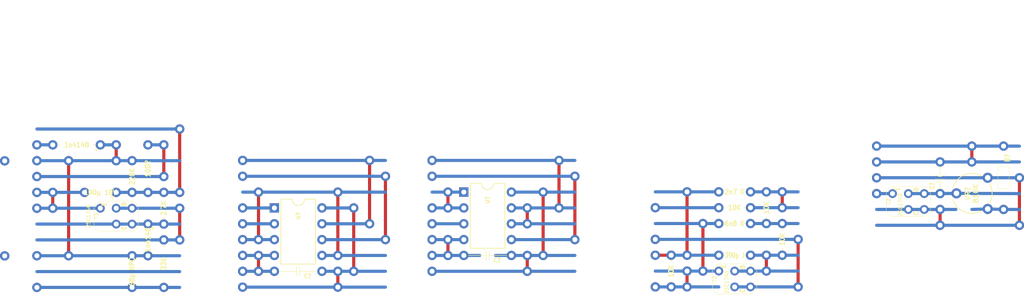
<source format=kicad_pcb>
(kicad_pcb (version 20170123) (host pcbnew "(2017-08-05 revision 2e96a5bc9)-master")

  (general
    (thickness 1.6)
    (drawings 9)
    (tracks 259)
    (zones 0)
    (modules 55)
    (nets 18)
  )

  (page A3)
  (layers
    (0 F.Cu signal)
    (1 In1.Cu signal)
    (2 In2.Cu signal)
    (31 B.Cu signal)
    (32 B.Adhes user)
    (33 F.Adhes user)
    (34 B.Paste user)
    (35 F.Paste user)
    (36 B.SilkS user)
    (37 F.SilkS user hide)
    (38 B.Mask user)
    (39 F.Mask user)
    (40 Dwgs.User user)
    (41 Cmts.User user)
    (42 Eco1.User user)
    (43 Eco2.User user)
    (44 Edge.Cuts user)
    (45 Margin user)
    (46 B.CrtYd user)
    (47 F.CrtYd user)
    (48 B.Fab user)
    (49 F.Fab user)
  )

  (setup
    (last_trace_width 0.5)
    (trace_clearance 0)
    (zone_clearance 0.508)
    (zone_45_only no)
    (trace_min 0.5)
    (segment_width 0.2)
    (edge_width 0.1)
    (via_size 1.5)
    (via_drill 0.8)
    (via_min_size 1.5)
    (via_min_drill 0.8)
    (uvia_size 1)
    (uvia_drill 0.5)
    (uvias_allowed no)
    (uvia_min_size 0.2)
    (uvia_min_drill 0.1)
    (pcb_text_width 0.3)
    (pcb_text_size 1.5 1.5)
    (mod_edge_width 0.15)
    (mod_text_size 1 1)
    (mod_text_width 0.15)
    (pad_size 1.5 1.5)
    (pad_drill 0.6)
    (pad_to_mask_clearance 0)
    (aux_axis_origin 0 0)
    (visible_elements FFFFF77F)
    (pcbplotparams
      (layerselection 0x00030_ffffffff)
      (usegerberextensions false)
      (excludeedgelayer true)
      (linewidth 0.100000)
      (plotframeref false)
      (viasonmask false)
      (mode 1)
      (useauxorigin false)
      (hpglpennumber 1)
      (hpglpenspeed 20)
      (hpglpendiameter 15)
      (psnegative false)
      (psa4output false)
      (plotreference true)
      (plotvalue true)
      (plotinvisibletext false)
      (padsonsilk false)
      (subtractmaskfromsilk false)
      (outputformat 1)
      (mirror false)
      (drillshape 1)
      (scaleselection 1)
      (outputdirectory ""))
  )

  (net 0 "")
  (net 1 GNDA)
  (net 2 "Net-(C7-Pad1)")
  (net 3 +5VA)
  (net 4 /LFO)
  (net 5 "Net-(C8-Pad2)")
  (net 6 "Net-(C10-Pad1)")
  (net 7 "Net-(R7-Pad2)")
  (net 8 "Net-(C12-Pad2)")
  (net 9 "Net-(C9-Pad2)")
  (net 10 "Net-(C10-Pad2)")
  (net 11 "Net-(C11-Pad1)")
  (net 12 "Net-(C12-Pad1)")
  (net 13 "Net-(C14-Pad1)")
  (net 14 "Net-(C18-Pad2)")
  (net 15 "Net-(C18-Pad1)")
  (net 16 "Net-(D3-Pad1)")
  (net 17 "Net-(R23-Pad1)")

  (net_class Default "This is the default net class."
    (clearance 0)
    (trace_width 0.5)
    (via_dia 1.5)
    (via_drill 0.8)
    (uvia_dia 1)
    (uvia_drill 0.5)
    (diff_pair_gap 0.3)
    (diff_pair_width 0.8)
    (add_net +5VA)
    (add_net /LFO)
    (add_net GNDA)
    (add_net "Net-(C10-Pad1)")
    (add_net "Net-(C10-Pad2)")
    (add_net "Net-(C11-Pad1)")
    (add_net "Net-(C12-Pad1)")
    (add_net "Net-(C12-Pad2)")
    (add_net "Net-(C14-Pad1)")
    (add_net "Net-(C18-Pad1)")
    (add_net "Net-(C18-Pad2)")
    (add_net "Net-(C7-Pad1)")
    (add_net "Net-(C8-Pad2)")
    (add_net "Net-(C9-Pad2)")
    (add_net "Net-(D3-Pad1)")
    (add_net "Net-(R23-Pad1)")
    (add_net "Net-(R7-Pad2)")
  )

  (module MyKi_TH_Board_Features:Labled-Circle (layer F.Cu) (tedit 5ACEF11C) (tstamp 5AD81BC7)
    (at 210.839616 149.752616 90)
    (tags "label labeled circle node ")
    (attr virtual)
    (fp_text reference Out (at 1.524 1.524 90) (layer F.Adhes)
      (effects (font (size 1 1) (thickness 0.25)))
    )
    (fp_text value REF** (at 0 -2.54 -90) (layer F.SilkS) hide
      (effects (font (size 1 1) (thickness 0.15)))
    )
    (fp_circle (center 0 0) (end 0.762 0.508) (layer F.Adhes) (width 0.4))
  )

  (module MyKi_TH_Board_Features:Labled-Circle (layer F.Cu) (tedit 5ACEF119) (tstamp 5AD81BC3)
    (at 210.839616 137.052616 90)
    (tags "label labeled circle node ")
    (attr virtual)
    (fp_text reference In (at 1.016 1.524 90) (layer F.Adhes)
      (effects (font (size 1 1) (thickness 0.25)))
    )
    (fp_text value REF** (at 0 -2.54 -90) (layer F.SilkS) hide
      (effects (font (size 1 1) (thickness 0.15)))
    )
    (fp_circle (center 0 0) (end 0.762 0.508) (layer F.Adhes) (width 0.4))
  )

  (module MyKi_TH_Board_Features:Labled-Circle (layer F.Cu) (tedit 5ACEF112) (tstamp 5AD81BBF)
    (at 210.839616 144.672616 90)
    (tags "label labeled circle node ")
    (attr virtual)
    (fp_text reference V- (at 0.762 1.524 90) (layer F.Adhes)
      (effects (font (size 1 1) (thickness 0.25)))
    )
    (fp_text value REF** (at 0 -2.54 -90) (layer F.SilkS) hide
      (effects (font (size 1 1) (thickness 0.15)))
    )
    (fp_circle (center 0 0) (end 0.762 0.508) (layer F.Adhes) (width 0.4))
  )

  (module MyKi_TH_Board_Features:Labled-Circle (layer F.Cu) (tedit 5ACEF116) (tstamp 5AD81BBB)
    (at 210.839616 142.132616 90)
    (tags "label labeled circle node ")
    (attr virtual)
    (fp_text reference V+ (at 1.016 1.524 90) (layer F.Adhes)
      (effects (font (size 1 1) (thickness 0.25)))
    )
    (fp_text value REF** (at 0 -2.54 -90) (layer F.SilkS) hide
      (effects (font (size 1 1) (thickness 0.15)))
    )
    (fp_circle (center 0 0) (end 0.762 0.508) (layer F.Adhes) (width 0.4))
  )

  (module MyKi_Generics:200Mil_2TH_Generic placed (layer F.Cu) (tedit 5ACED27C) (tstamp 5AD81BB4)
    (at 213.379616 144.672616 270)
    (tags "generic 2terminal value th 200mil")
    (path /5AC2879C)
    (fp_text reference R16 (at 2.54 0 270) (layer F.CrtYd)
      (effects (font (size 0.8 0.7) (thickness 0.15)))
    )
    (fp_text value 10K (at 2.54 0 270) (layer F.SilkS)
      (effects (font (size 0.8 0.7) (thickness 0.15)))
    )
    (fp_line (start 4.064 0) (end 4.318 0) (layer F.SilkS) (width 0.1))
    (fp_line (start 0.762 0) (end 1.016 0) (layer F.SilkS) (width 0.1))
    (pad 1 thru_hole circle (at 0 0 270) (size 1.5 1.5) (drill 0.8) (layers *.Cu *.Mask)
      (net 1 GNDA))
    (pad 2 thru_hole circle (at 5.08 0 270) (size 1.5 1.5) (drill 0.8) (layers *.Cu *.Mask)
      (net 8 "Net-(C12-Pad2)"))
  )

  (module MyKi_Transistors:Universal_BJT_ECB_SM (layer F.Cu) (tedit 5ACED22B) (tstamp 5AD81B9F)
    (at 223.539616 147.212616 270)
    (path /5AC2878F)
    (fp_text reference T2 (at 1.27 3.175 270) (layer F.SilkS)
      (effects (font (size 0.6 0.6) (thickness 0.1)))
    )
    (fp_text value 2SC1740 (at 1.778 1.27 270) (layer F.SilkS)
      (effects (font (size 0.6 0.55) (thickness 0.1)))
    )
    (fp_line (start 0 3.556) (end 2.54 3.556) (layer F.SilkS) (width 0.05))
    (fp_line (start 0 -3.556) (end 2.54 -3.556) (layer F.SilkS) (width 0.05))
    (fp_line (start -1.143 2.286) (end -1.143 -2.286) (layer F.SilkS) (width 0.05))
    (fp_line (start 3.683 2.286) (end 3.683 -2.286) (layer F.SilkS) (width 0.05))
    (fp_line (start 0 -0.762) (end 0 -1.778) (layer B.Cu) (width 0.4))
    (fp_line (start 2.54 -0.762) (end 2.54 -1.778) (layer B.Cu) (width 0.4))
    (fp_arc (start 2.413 -2.286) (end 2.413 -3.556) (angle 90) (layer F.SilkS) (width 0.05))
    (fp_arc (start 0.127 -2.286) (end 0.127 -3.556) (angle -90) (layer F.SilkS) (width 0.05))
    (fp_arc (start 2.413 2.286) (end 3.683 2.286) (angle 90) (layer F.SilkS) (width 0.05))
    (fp_arc (start 0.127 2.286) (end -1.143 2.286) (angle -90) (layer F.SilkS) (width 0.05))
    (fp_text user E (at -0.762 1.778 90) (layer F.SilkS)
      (effects (font (size 0.7 0.7) (thickness 0.15)))
    )
    (fp_text user C (at 3.175 -1.27 90) (layer F.SilkS)
      (effects (font (size 0.7 0.7) (thickness 0.15)))
    )
    (fp_text user B (at -0.635 -1.27 90) (layer F.SilkS)
      (effects (font (size 0.7 0.7) (thickness 0.15)))
    )
    (pad 1 thru_hole circle (at 0 2.54 90) (size 1.4 1.4) (drill 0.8001) (layers *.Cu)
      (net 8 "Net-(C12-Pad2)") (zone_connect 2))
    (pad 3 thru_hole circle (at 0 0 90) (size 1.4 1.4) (drill 0.8001) (layers *.Cu)
      (net 10 "Net-(C10-Pad2)") (zone_connect 2))
    (pad 3 thru_hole circle (at 0 -2.54 90) (size 1.4 1.4) (drill 0.8001) (layers *.Cu)
      (net 10 "Net-(C10-Pad2)") (zone_connect 2))
    (pad 2 thru_hole circle (at 2.54 0 90) (size 1.4 1.4) (drill 0.8001) (layers *.Cu)
      (net 11 "Net-(C11-Pad1)") (zone_connect 2))
    (pad 2 thru_hole circle (at 2.54 -2.54 90) (size 1.4 1.4) (drill 0.8001) (layers *.Cu)
      (net 11 "Net-(C11-Pad1)") (zone_connect 2))
  )

  (module MyKi_Generics:200Mil_2TH_Generic placed (layer F.Cu) (tedit 5ACED1D6) (tstamp 5AD81B98)
    (at 220.999616 134.512616)
    (tags "generic 2terminal value th 200mil")
    (path /5ACAFC5D)
    (fp_text reference C8 (at 2.54 0) (layer F.CrtYd)
      (effects (font (size 0.8 0.7) (thickness 0.15)))
    )
    (fp_text value "2n7 K" (at 2.54 0) (layer F.SilkS)
      (effects (font (size 0.8 0.7) (thickness 0.15)))
    )
    (fp_line (start 4.064 0) (end 4.318 0) (layer F.SilkS) (width 0.1))
    (fp_line (start 0.762 0) (end 1.016 0) (layer F.SilkS) (width 0.1))
    (pad 1 thru_hole circle (at 0 0) (size 1.5 1.5) (drill 0.8) (layers *.Cu *.Mask)
      (net 1 GNDA))
    (pad 2 thru_hole circle (at 5.08 0) (size 1.5 1.5) (drill 0.8) (layers *.Cu *.Mask)
      (net 5 "Net-(C8-Pad2)"))
  )

  (module MyKi_Generics:200Mil_2TH_Generic placed (layer F.Cu) (tedit 5ACF007C) (tstamp 5AD81B91)
    (at 220.999616 139.592616)
    (tags "generic 2terminal value th 200mil")
    (path /5ACAFC5F)
    (fp_text reference C9 (at 2.54 0) (layer F.CrtYd)
      (effects (font (size 0.8 0.7) (thickness 0.15)))
    )
    (fp_text value "6n8 K" (at 2.54 0) (layer F.SilkS)
      (effects (font (size 0.8 0.7) (thickness 0.15)))
    )
    (fp_line (start 4.064 0) (end 4.318 0) (layer F.SilkS) (width 0.1))
    (fp_line (start 0.762 0) (end 1.016 0) (layer F.SilkS) (width 0.1))
    (pad 1 thru_hole circle (at 0 0) (size 1.5 1.5) (drill 0.8) (layers *.Cu *.Mask)
      (net 8 "Net-(C12-Pad2)"))
    (pad 2 thru_hole circle (at 5.08 0) (size 1.5 1.5) (drill 0.8) (layers *.Cu *.Mask)
      (net 9 "Net-(C9-Pad2)"))
  )

  (module MyKi_Generics:200Mil_2TH_Generic placed (layer F.Cu) (tedit 5ACF00A2) (tstamp 5AD81B8A)
    (at 220.999616 144.672616)
    (tags "generic 2terminal value th 200mil")
    (path /5AC28788)
    (fp_text reference C10 (at 2.54 0) (layer F.CrtYd)
      (effects (font (size 0.8 0.7) (thickness 0.15)))
    )
    (fp_text value "390p J" (at 2.54 0) (layer F.SilkS)
      (effects (font (size 0.8 0.6) (thickness 0.15)))
    )
    (fp_line (start 4.064 0) (end 4.318 0) (layer F.SilkS) (width 0.1))
    (fp_line (start 0.762 0) (end 1.016 0) (layer F.SilkS) (width 0.1))
    (pad 1 thru_hole circle (at 0 0) (size 1.5 1.5) (drill 0.8) (layers *.Cu *.Mask)
      (net 1 GNDA))
    (pad 2 thru_hole circle (at 5.08 0) (size 1.5 1.5) (drill 0.8) (layers *.Cu *.Mask)
      (net 10 "Net-(C10-Pad2)"))
  )

  (module MyKi_Generics:200Mil_2TH_Generic placed (layer F.Cu) (tedit 5AB87F59) (tstamp 5AD81B83)
    (at 220.999616 137.052616)
    (tags "generic 2terminal value th 200mil")
    (path /5ACAFC5C)
    (fp_text reference R12 (at 2.54 0) (layer F.CrtYd)
      (effects (font (size 0.8 0.7) (thickness 0.15)))
    )
    (fp_text value 10K (at 2.54 0) (layer F.SilkS)
      (effects (font (size 0.8 0.7) (thickness 0.15)))
    )
    (fp_line (start 4.064 0) (end 4.318 0) (layer F.SilkS) (width 0.1))
    (fp_line (start 0.762 0) (end 1.016 0) (layer F.SilkS) (width 0.1))
    (pad 1 thru_hole circle (at 0 0) (size 1.5 1.5) (drill 0.8) (layers *.Cu *.Mask)
      (net 2 "Net-(C7-Pad1)"))
    (pad 2 thru_hole circle (at 5.08 0) (size 1.5 1.5) (drill 0.8) (layers *.Cu *.Mask)
      (net 5 "Net-(C8-Pad2)"))
  )

  (module MyKi_Generics:200Mil_2TH_Generic placed (layer F.Cu) (tedit 5AB87F59) (tstamp 5AD81B7C)
    (at 228.619616 134.512616 270)
    (tags "generic 2terminal value th 200mil")
    (path /5ACAFC66)
    (fp_text reference R13 (at 2.54 0 270) (layer F.CrtYd)
      (effects (font (size 0.8 0.7) (thickness 0.15)))
    )
    (fp_text value 10K (at 2.54 0 270) (layer F.SilkS)
      (effects (font (size 0.8 0.7) (thickness 0.15)))
    )
    (fp_line (start 4.064 0) (end 4.318 0) (layer F.SilkS) (width 0.1))
    (fp_line (start 0.762 0) (end 1.016 0) (layer F.SilkS) (width 0.1))
    (pad 1 thru_hole circle (at 0 0 270) (size 1.5 1.5) (drill 0.8) (layers *.Cu *.Mask)
      (net 5 "Net-(C8-Pad2)"))
    (pad 2 thru_hole circle (at 5.08 0 270) (size 1.5 1.5) (drill 0.8) (layers *.Cu *.Mask)
      (net 9 "Net-(C9-Pad2)"))
  )

  (module MyKi_Generics:200Mil_2TH_Generic placed (layer F.Cu) (tedit 5AB87F59) (tstamp 5AD81B75)
    (at 231.159616 139.592616 270)
    (tags "generic 2terminal value th 200mil")
    (path /5AC287B6)
    (fp_text reference R14 (at 2.54 0 270) (layer F.CrtYd)
      (effects (font (size 0.8 0.7) (thickness 0.15)))
    )
    (fp_text value 10K (at 2.54 0 270) (layer F.SilkS)
      (effects (font (size 0.8 0.7) (thickness 0.15)))
    )
    (fp_line (start 0.762 0) (end 1.016 0) (layer F.SilkS) (width 0.1))
    (fp_line (start 4.064 0) (end 4.318 0) (layer F.SilkS) (width 0.1))
    (pad 2 thru_hole circle (at 5.08 0 270) (size 1.5 1.5) (drill 0.8) (layers *.Cu *.Mask)
      (net 10 "Net-(C10-Pad2)"))
    (pad 1 thru_hole circle (at 0 0 270) (size 1.5 1.5) (drill 0.8) (layers *.Cu *.Mask)
      (net 9 "Net-(C9-Pad2)"))
  )

  (module MyKi_Generics:200x200Mil_3TH_TrimPot (layer F.Cu) (tedit 5ACEEED3) (tstamp 5AD80558)
    (at 264.050164 132.252984 180)
    (tags "trim pot trimming potentiometer TH through hole triangular")
    (path /5AC9E7C9)
    (fp_text reference VR? (at 3.175 -2.54 -90) (layer F.SilkS)
      (effects (font (size 0.8 0.8) (thickness 0.15)))
    )
    (fp_text value B10K (at 1.905 -2.54 -90) (layer F.SilkS)
      (effects (font (size 0.8 0.8) (thickness 0.15)))
    )
    (fp_circle (center 2.5 -2.5) (end 5.65 -2.5) (layer F.Fab) (width 0.1))
    (fp_arc (start 2.5 -2.5) (end 0.944 0.308) (angle -30) (layer F.SilkS) (width 0.12))
    (fp_arc (start 2.5 -2.5) (end -0.335 -4.007) (angle -56) (layer F.SilkS) (width 0.12))
    (fp_arc (start 2.5 -2.5) (end 5.553 -3.491) (angle -101) (layer F.SilkS) (width 0.12))
    (fp_arc (start 2.5 -2.5) (end 2.5 0.71) (angle -72) (layer F.SilkS) (width 0.12))
    (pad 1 thru_hole circle (at 0 0 180) (size 1.62 1.62) (drill 0.9) (layers *.Cu *.Mask)
      (net 6 "Net-(C10-Pad1)"))
    (pad 2 thru_hole circle (at 5 -2.5 180) (size 1.62 1.62) (drill 0.9) (layers *.Cu *.Mask)
      (net 7 "Net-(R7-Pad2)"))
    (pad 3 thru_hole circle (at 0 -5 180) (size 1.62 1.62) (drill 0.9) (layers *.Cu *.Mask)
      (net 1 GNDA))
    (model Potentiometers.3dshapes/Potentiometer_Trimmer_Piher_PT-6v_Horizontal.wrl
      (at (xyz 0 0 0))
      (scale (xyz 0.393701 0.393701 0.393701))
      (rotate (xyz 0 0 0))
    )
  )

  (module MyKi_TH_Resistors:400Mil_TH_Resistor placed (layer F.Cu) (tedit 5A07F8E4) (tstamp 5AD80549)
    (at 266.590164 127.172984 270)
    (descr "D, T-1 series, Axial, Horizontal, pin pitch=5.08mm, , length*diameter=3.2*2.6mm^2, , http://www.diodes.com/_files/packages/T-1.pdf")
    (tags "D T-1 series Axial Horizontal pin pitch 5.08mm  length 3.2mm diameter 2.6mm")
    (path /5AC287B6)
    (fp_text reference R? (at 1.905 -0.635 270) (layer F.SilkS)
      (effects (font (size 0.8 0.7) (thickness 0.15)))
    )
    (fp_text value 2k2 (at 5.08 0 270) (layer F.Fab)
      (effects (font (size 0.8 0.7) (thickness 0.15)))
    )
    (fp_line (start 3.302 -0.889) (end 3.302 0.889) (layer F.SilkS) (width 0.05))
    (fp_line (start 6.858 -0.889) (end 6.858 0.889) (layer F.SilkS) (width 0.05))
    (fp_line (start 3.302 -0.889) (end 6.858 -0.889) (layer F.SilkS) (width 0.05))
    (fp_line (start 3.302 0.889) (end 6.858 0.889) (layer F.SilkS) (width 0.05))
    (fp_line (start 3.302 -0.889) (end 3.302 0.889) (layer F.Fab) (width 0.05))
    (fp_line (start 3.302 -0.889) (end 6.858 -0.889) (layer F.Fab) (width 0.05))
    (fp_line (start 6.858 -0.889) (end 6.858 0.889) (layer F.Fab) (width 0.05))
    (fp_line (start 3.302 0.889) (end 6.858 0.889) (layer F.Fab) (width 0.05))
    (fp_line (start 0.762 0) (end 3.302 0) (layer F.Fab) (width 0.05))
    (fp_line (start 6.858 0) (end 9.398 0) (layer F.Fab) (width 0.05))
    (pad 1 thru_hole circle (at 0 0 270) (size 1.5 1.5) (drill 0.8) (layers *.Cu *.Mask)
      (net 9 "Net-(C9-Pad2)"))
    (pad 2 thru_hole circle (at 10.16 0 270) (size 1.5 1.5) (drill 0.8) (layers *.Cu *.Mask)
      (net 10 "Net-(C10-Pad2)"))
    (model ${KISYS3DMOD}/Resistors_THT.3dshapes/R_Axial_DIN0207_L6.3mm_D2.5mm_P10.16mm_Horizontal.wrl
      (at (xyz 0 0 0))
      (scale (xyz 0.393701 0.393701 0.393701))
      (rotate (xyz 0 0 0))
    )
  )

  (module MyKi_TH_Capacitors:200Mil_TH_CP_no3D (layer F.Cu) (tedit 5ACEEECC) (tstamp 5AD80538)
    (at 256.430164 134.792984 90)
    (descr "CP, Radial series, Radial, pin pitch=5.00mm, , diameter=8mm, Electrolytic Capacitor")
    (tags "CP Radial series Radial pin pitch 5.00mm  diameter 8mm Electrolytic Capacitor")
    (path /5AC287D1)
    (fp_text reference C? (at 1.27 -1.27 90) (layer F.SilkS)
      (effects (font (size 0.7 0.6) (thickness 0.15)))
    )
    (fp_text value 10µ (at 4.064 -1.27 90) (layer F.Fab)
      (effects (font (size 0.7 0.6) (thickness 0.15)))
    )
    (fp_line (start 2.286 -0.762) (end 2.286 0.762) (layer F.SilkS) (width 0.08))
    (fp_line (start 0.762 0) (end 2.286 0) (layer F.SilkS) (width 0.08))
    (fp_line (start 2.794 0) (end 4.318 0) (layer F.SilkS) (width 0.08))
    (fp_arc (start 3.81 0) (end 3.048 0.762) (angle 90) (layer F.SilkS) (width 0.08))
    (fp_line (start 1.905 -0.254) (end 1.905 -0.508) (layer F.SilkS) (width 0.08))
    (fp_line (start 1.778 -0.381) (end 2.032 -0.381) (layer F.SilkS) (width 0.08))
    (fp_line (start 1.778 -0.381) (end 2.032 -0.381) (layer F.Fab) (width 0.08))
    (fp_line (start 0.762 0) (end 2.286 0) (layer F.Fab) (width 0.08))
    (fp_line (start 2.286 -0.762) (end 2.286 0.762) (layer F.Fab) (width 0.08))
    (fp_arc (start 3.81 0) (end 3.048 0.762) (angle 90) (layer F.Fab) (width 0.08))
    (fp_line (start 2.794 0) (end 4.318 0) (layer F.Fab) (width 0.08))
    (fp_line (start 1.905 -0.254) (end 1.905 -0.508) (layer F.Fab) (width 0.08))
    (pad 2 thru_hole circle (at 5.08 0 90) (size 1.5 1.5) (drill 0.8) (layers *.Cu *.Mask)
      (net 8 "Net-(C12-Pad2)"))
    (pad 1 thru_hole circle (at 0 0 90) (size 1.5 1.5) (drill 0.8) (layers *.Cu *.Mask)
      (net 12 "Net-(C12-Pad1)"))
  )

  (module MyKi_Transistors:Universal_BJT_ECB_SM (layer F.Cu) (tedit 5ACED22B) (tstamp 5AD80523)
    (at 251.350164 134.792984 270)
    (path /5AC2878F)
    (fp_text reference T2 (at 1.27 3.175 270) (layer F.SilkS)
      (effects (font (size 0.6 0.6) (thickness 0.1)))
    )
    (fp_text value 2SC1740 (at 1.778 1.27 270) (layer F.SilkS)
      (effects (font (size 0.6 0.55) (thickness 0.1)))
    )
    (fp_text user B (at -0.635 -1.27 90) (layer F.SilkS)
      (effects (font (size 0.7 0.7) (thickness 0.15)))
    )
    (fp_text user C (at 3.175 -1.27 90) (layer F.SilkS)
      (effects (font (size 0.7 0.7) (thickness 0.15)))
    )
    (fp_text user E (at -0.762 1.778 90) (layer F.SilkS)
      (effects (font (size 0.7 0.7) (thickness 0.15)))
    )
    (fp_arc (start 0.127 2.286) (end -1.143 2.286) (angle -90) (layer F.SilkS) (width 0.05))
    (fp_arc (start 2.413 2.286) (end 3.683 2.286) (angle 90) (layer F.SilkS) (width 0.05))
    (fp_arc (start 0.127 -2.286) (end 0.127 -3.556) (angle -90) (layer F.SilkS) (width 0.05))
    (fp_arc (start 2.413 -2.286) (end 2.413 -3.556) (angle 90) (layer F.SilkS) (width 0.05))
    (fp_line (start 2.54 -0.762) (end 2.54 -1.778) (layer B.Cu) (width 0.4))
    (fp_line (start 0 -0.762) (end 0 -1.778) (layer B.Cu) (width 0.4))
    (fp_line (start 3.683 2.286) (end 3.683 -2.286) (layer F.SilkS) (width 0.05))
    (fp_line (start -1.143 2.286) (end -1.143 -2.286) (layer F.SilkS) (width 0.05))
    (fp_line (start 0 -3.556) (end 2.54 -3.556) (layer F.SilkS) (width 0.05))
    (fp_line (start 0 3.556) (end 2.54 3.556) (layer F.SilkS) (width 0.05))
    (pad 2 thru_hole circle (at 2.54 -2.54 90) (size 1.4 1.4) (drill 0.8001) (layers *.Cu)
      (net 11 "Net-(C11-Pad1)") (zone_connect 2))
    (pad 2 thru_hole circle (at 2.54 0 90) (size 1.4 1.4) (drill 0.8001) (layers *.Cu)
      (net 11 "Net-(C11-Pad1)") (zone_connect 2))
    (pad 3 thru_hole circle (at 0 -2.54 90) (size 1.4 1.4) (drill 0.8001) (layers *.Cu)
      (net 10 "Net-(C10-Pad2)") (zone_connect 2))
    (pad 3 thru_hole circle (at 0 0 90) (size 1.4 1.4) (drill 0.8001) (layers *.Cu)
      (net 10 "Net-(C10-Pad2)") (zone_connect 2))
    (pad 1 thru_hole circle (at 0 2.54 90) (size 1.4 1.4) (drill 0.8001) (layers *.Cu)
      (net 8 "Net-(C12-Pad2)") (zone_connect 2))
  )

  (module MyKi_TH_Board_Features:Labled-Circle (layer F.Cu) (tedit 5ACEF0ED) (tstamp 5AD8051F)
    (at 246.270164 134.792984 90)
    (tags "label labeled circle node ")
    (attr virtual)
    (fp_text reference VREF (at -3.048 0 90) (layer F.Adhes)
      (effects (font (size 1 1) (thickness 0.25)))
    )
    (fp_text value REF** (at 0 -2.54 -90) (layer F.SilkS) hide
      (effects (font (size 1 1) (thickness 0.15)))
    )
    (fp_circle (center 0 0) (end 0.762 0.508) (layer F.Adhes) (width 0.4))
  )

  (module MyKi_TH_Board_Features:Labled-Circle (layer F.Cu) (tedit 5ACEF0C7) (tstamp 5AD8051B)
    (at 246.270164 132.252984 90)
    (tags "label labeled circle node ")
    (attr virtual)
    (fp_text reference V+ (at 0 1.905 90) (layer F.Adhes)
      (effects (font (size 1 1) (thickness 0.25)))
    )
    (fp_text value REF** (at 0 -2.54 -90) (layer F.SilkS) hide
      (effects (font (size 1 1) (thickness 0.15)))
    )
    (fp_circle (center 0 0) (end 0.762 0.508) (layer F.Adhes) (width 0.4))
  )

  (module MyKi_TH_Board_Features:Labled-Circle (layer F.Cu) (tedit 5ACEF092) (tstamp 5AD80517)
    (at 246.270164 129.712984 90)
    (tags "label labeled circle node ")
    (attr virtual)
    (fp_text reference +V (at 0 1.905 90) (layer F.Adhes) hide
      (effects (font (size 1 1) (thickness 0.25)))
    )
    (fp_text value REF** (at 0 -2.54 -90) (layer F.SilkS) hide
      (effects (font (size 1 1) (thickness 0.15)))
    )
    (fp_circle (center 0 0) (end 0.762 0.508) (layer F.Adhes) (width 0.4))
  )

  (module MyKi_TH_Board_Features:Labled-Circle (layer F.Cu) (tedit 5ACEF0E2) (tstamp 5AD80513)
    (at 246.270164 127.172984 90)
    (tags "label labeled circle node ")
    (attr virtual)
    (fp_text reference V- (at -1.524 1.778 90) (layer F.Adhes)
      (effects (font (size 1 1) (thickness 0.25)))
    )
    (fp_text value REF** (at 0 -2.54 -90) (layer F.SilkS) hide
      (effects (font (size 1 1) (thickness 0.15)))
    )
    (fp_circle (center 0 0) (end 0.762 0.508) (layer F.Adhes) (width 0.4))
  )

  (module MyKi_TH_Board_Features:Labled-Circle (layer F.Cu) (tedit 5ACEF866) (tstamp 5AD7FC58)
    (at 144.774538 139.631038 90)
    (tags "label labeled circle node ")
    (attr virtual)
    (fp_text reference In1 (at 0 2.54 180) (layer F.Adhes)
      (effects (font (size 1 1) (thickness 0.25)))
    )
    (fp_text value REF** (at 0 -2.54 -90) (layer F.SilkS) hide
      (effects (font (size 1 1) (thickness 0.15)))
    )
    (fp_circle (center 0 0) (end 0.762 0.508) (layer F.Adhes) (width 0.4))
  )

  (module MyKi_TH_Board_Features:Labled-Circle (layer F.Cu) (tedit 5ACEF85E) (tstamp 5AD7FC54)
    (at 144.774538 132.011038 90)
    (tags "label labeled circle node ")
    (attr virtual)
    (fp_text reference In2 (at 0 2.54 180) (layer F.Adhes)
      (effects (font (size 1 1) (thickness 0.25)))
    )
    (fp_text value REF** (at 0 -2.54 -90) (layer F.SilkS) hide
      (effects (font (size 1 1) (thickness 0.15)))
    )
    (fp_circle (center 0 0) (end 0.762 0.508) (layer F.Adhes) (width 0.4))
  )

  (module MyKi_TH_Board_Features:Labled-Circle (layer F.Cu) (tedit 5ACEF9B6) (tstamp 5AD7FC50)
    (at 144.774538 142.171038 90)
    (tags "label labeled circle node ")
    (attr virtual)
    (fp_text reference VREF (at 0 2.54 180) (layer F.Adhes)
      (effects (font (size 1 1) (thickness 0.25)))
    )
    (fp_text value REF** (at 0 -2.54 -90) (layer F.SilkS) hide
      (effects (font (size 1 1) (thickness 0.15)))
    )
    (fp_circle (center 0 0) (end 0.762 0.508) (layer F.Adhes) (width 0.4))
  )

  (module MyKi_TH_IC:300Mil_DIP8 placed (layer F.Cu) (tedit 5ACEF343) (tstamp 5AD7FC39)
    (at 149.854538 137.091038)
    (descr "14-lead dip package, row spacing 7.62 mm (300 mils), Socket")
    (tags "DIL DIP PDIP 2.54mm 7.62mm 300mil Socket")
    (fp_text reference U? (at 3.81 1.27 90) (layer F.SilkS)
      (effects (font (size 0.6 0.6) (thickness 0.15)))
    )
    (fp_text value DualOp (at 3.81 4.445 90) (layer F.Fab)
      (effects (font (size 0.8 0.8) (thickness 0.15)))
    )
    (fp_line (start 1.04 9.01) (end 6.58 9.01) (layer F.Fab) (width 0.12))
    (fp_line (start 1.04 -1.39) (end 1.04 9) (layer F.Fab) (width 0.12))
    (fp_line (start 6.58 9) (end 6.58 -1.39) (layer F.Fab) (width 0.12))
    (fp_line (start 6.58 -1.39) (end 4.81 -1.39) (layer F.Fab) (width 0.12))
    (fp_arc (start 3.81 -1.39) (end 2.81 -1.39) (angle -180) (layer F.Fab) (width 0.12))
    (fp_line (start 2.81 -1.39) (end 1.04 -1.39) (layer F.Fab) (width 0.12))
    (fp_line (start 2.81 -1.39) (end 1.04 -1.39) (layer F.SilkS) (width 0.12))
    (fp_line (start 1.04 -1.39) (end 1.04 9) (layer F.SilkS) (width 0.12))
    (fp_line (start 1.04 9.01) (end 6.58 9.01) (layer F.SilkS) (width 0.12))
    (fp_line (start 6.58 9) (end 6.58 -1.39) (layer F.SilkS) (width 0.12))
    (fp_line (start 6.58 -1.39) (end 4.81 -1.39) (layer F.SilkS) (width 0.12))
    (fp_arc (start 3.81 -1.39) (end 2.81 -1.39) (angle -180) (layer F.SilkS) (width 0.12))
    (pad 1 thru_hole rect (at 0 0) (size 1.5 1.5) (drill 0.8) (layers *.Cu *.Mask))
    (pad 8 thru_hole circle (at 7.62 0) (size 1.5 1.5) (drill 0.8) (layers *.Cu *.Mask))
    (pad 2 thru_hole circle (at 0 2.54) (size 1.5 1.5) (drill 0.8) (layers *.Cu *.Mask))
    (pad 3 thru_hole circle (at 0 5.08) (size 1.5 1.5) (drill 0.8) (layers *.Cu *.Mask))
    (pad 4 thru_hole circle (at 0 7.62) (size 1.5 1.5) (drill 0.8) (layers *.Cu *.Mask))
    (pad 5 thru_hole circle (at 7.62 7.62) (size 1.5 1.5) (drill 0.8) (layers *.Cu *.Mask))
    (pad 6 thru_hole circle (at 7.62 5.08) (size 1.5 1.5) (drill 0.8) (layers *.Cu *.Mask))
    (pad 7 thru_hole circle (at 7.62 2.54) (size 1.5 1.5) (drill 0.8) (layers *.Cu *.Mask))
    (model MyKi/TH_IC/300Mil_DIP8.wrl
      (at (xyz 0.15 -0.15 0))
      (scale (xyz 1 1 1))
      (rotate (xyz 0 0 90))
    )
  )

  (module MyKi_TH_Capacitors:300Mil_TH_C_no3D (layer F.Cu) (tedit 5A07FA57) (tstamp 5AD7FC2C)
    (at 157.474538 147.251038 180)
    (descr "C, Disc series, Radial, pin pitch=7.50mm, , diameter*width=7.5*5.0mm^2, Capacitor, http://www.vishay.com/docs/28535/vy2series.pdf")
    (tags "C Disc series Radial pin pitch 7.50mm  diameter 7.5mm width 5.0mm Capacitor")
    (path /5AC287D1)
    (fp_text reference C? (at 2.286 -0.762 180) (layer F.SilkS)
      (effects (font (size 0.7 0.6) (thickness 0.15)))
    )
    (fp_text value 10n (at 5.588 -0.762 180) (layer F.Fab)
      (effects (font (size 0.7 0.6) (thickness 0.15)))
    )
    (fp_line (start 4.064 0) (end 6.858 0) (layer F.Fab) (width 0.08))
    (fp_line (start 3.556 0) (end 0.762 0) (layer F.Fab) (width 0.08))
    (fp_line (start 3.556 0) (end 0.762 0) (layer F.SilkS) (width 0.08))
    (fp_line (start 4.064 0) (end 6.858 0) (layer F.SilkS) (width 0.08))
    (fp_line (start 4.064 -0.762) (end 4.064 0.762) (layer F.Fab) (width 0.08))
    (fp_line (start 3.556 -0.762) (end 3.556 0.762) (layer F.Fab) (width 0.08))
    (fp_line (start 4.064 -0.762) (end 4.064 0.762) (layer F.SilkS) (width 0.08))
    (fp_line (start 3.556 -0.762) (end 3.556 0.762) (layer F.SilkS) (width 0.08))
    (pad 1 thru_hole circle (at 0 0 180) (size 1.5 1.5) (drill 0.8) (layers *.Cu *.Mask)
      (net 12 "Net-(C12-Pad1)"))
    (pad 2 thru_hole circle (at 7.62 0 180) (size 1.5 1.5) (drill 0.8) (layers *.Cu *.Mask)
      (net 8 "Net-(C12-Pad2)"))
  )

  (module MyKi_TH_Board_Features:Labled-Circle (layer F.Cu) (tedit 5ACEF092) (tstamp 5AD7FC28)
    (at 144.774538 147.251038 90)
    (tags "label labeled circle node ")
    (attr virtual)
    (fp_text reference +V (at 0 1.905 90) (layer F.Adhes) hide
      (effects (font (size 1 1) (thickness 0.25)))
    )
    (fp_text value REF** (at 0 -2.54 -90) (layer F.SilkS) hide
      (effects (font (size 1 1) (thickness 0.15)))
    )
    (fp_circle (center 0 0) (end 0.762 0.508) (layer F.Adhes) (width 0.4))
  )

  (module MyKi_TH_Board_Features:Labled-Circle (layer F.Cu) (tedit 5ACEF0E2) (tstamp 5AD7FC24)
    (at 144.774538 144.711038 90)
    (tags "label labeled circle node ")
    (attr virtual)
    (fp_text reference V- (at -1.524 1.778 90) (layer F.Adhes)
      (effects (font (size 1 1) (thickness 0.25)))
    )
    (fp_text value REF** (at 0 -2.54 -90) (layer F.SilkS) hide
      (effects (font (size 1 1) (thickness 0.15)))
    )
    (fp_circle (center 0 0) (end 0.762 0.508) (layer F.Adhes) (width 0.4))
  )

  (module MyKi_TH_Board_Features:Labled-Circle (layer F.Cu) (tedit 5ACEF0C7) (tstamp 5AD7FC20)
    (at 144.774538 149.791038 90)
    (tags "label labeled circle node ")
    (attr virtual)
    (fp_text reference V+ (at 0 1.905 90) (layer F.Adhes)
      (effects (font (size 1 1) (thickness 0.25)))
    )
    (fp_text value REF** (at 0 -2.54 -90) (layer F.SilkS) hide
      (effects (font (size 1 1) (thickness 0.15)))
    )
    (fp_circle (center 0 0) (end 0.762 0.508) (layer F.Adhes) (width 0.4))
  )

  (module MyKi_TH_Board_Features:Labled-Circle (layer F.Cu) (tedit 5ACEF861) (tstamp 5AD7FC1C)
    (at 144.774538 137.091038 90)
    (tags "label labeled circle node ")
    (attr virtual)
    (fp_text reference Out1 (at 0 2.54 180) (layer F.Adhes)
      (effects (font (size 1 1) (thickness 0.25)))
    )
    (fp_text value REF** (at 0 -2.54 -90) (layer F.SilkS) hide
      (effects (font (size 1 1) (thickness 0.15)))
    )
    (fp_circle (center 0 0) (end 0.762 0.508) (layer F.Adhes) (width 0.4))
  )

  (module MyKi_TH_Board_Features:Labled-Circle (layer F.Cu) (tedit 5ACEF85C) (tstamp 5AD7FC18)
    (at 144.774538 129.471038 90)
    (tags "label labeled circle node ")
    (attr virtual)
    (fp_text reference Out2 (at 0 3.175 180) (layer F.Adhes)
      (effects (font (size 1 1) (thickness 0.25)))
    )
    (fp_text value REF** (at 0 -2.54 -90) (layer F.SilkS) hide
      (effects (font (size 1 1) (thickness 0.15)))
    )
    (fp_circle (center 0 0) (end 0.762 0.508) (layer F.Adhes) (width 0.4))
  )

  (module MyKi_TH_IC:300Mil_DIP8 placed (layer F.Cu) (tedit 5ACEF343) (tstamp 5AD08D19)
    (at 180.18125 134.55015)
    (descr "14-lead dip package, row spacing 7.62 mm (300 mils), Socket")
    (tags "DIL DIP PDIP 2.54mm 7.62mm 300mil Socket")
    (fp_text reference U? (at 3.81 1.27 90) (layer F.SilkS)
      (effects (font (size 0.6 0.6) (thickness 0.15)))
    )
    (fp_text value DualOp (at 3.81 4.445 90) (layer F.Fab)
      (effects (font (size 0.8 0.8) (thickness 0.15)))
    )
    (fp_line (start 1.04 9.01) (end 6.58 9.01) (layer F.Fab) (width 0.12))
    (fp_line (start 1.04 -1.39) (end 1.04 9) (layer F.Fab) (width 0.12))
    (fp_line (start 6.58 9) (end 6.58 -1.39) (layer F.Fab) (width 0.12))
    (fp_line (start 6.58 -1.39) (end 4.81 -1.39) (layer F.Fab) (width 0.12))
    (fp_arc (start 3.81 -1.39) (end 2.81 -1.39) (angle -180) (layer F.Fab) (width 0.12))
    (fp_line (start 2.81 -1.39) (end 1.04 -1.39) (layer F.Fab) (width 0.12))
    (fp_line (start 2.81 -1.39) (end 1.04 -1.39) (layer F.SilkS) (width 0.12))
    (fp_line (start 1.04 -1.39) (end 1.04 9) (layer F.SilkS) (width 0.12))
    (fp_line (start 1.04 9.01) (end 6.58 9.01) (layer F.SilkS) (width 0.12))
    (fp_line (start 6.58 9) (end 6.58 -1.39) (layer F.SilkS) (width 0.12))
    (fp_line (start 6.58 -1.39) (end 4.81 -1.39) (layer F.SilkS) (width 0.12))
    (fp_arc (start 3.81 -1.39) (end 2.81 -1.39) (angle -180) (layer F.SilkS) (width 0.12))
    (pad 1 thru_hole rect (at 0 0) (size 1.5 1.5) (drill 0.8) (layers *.Cu *.Mask))
    (pad 8 thru_hole circle (at 7.62 0) (size 1.5 1.5) (drill 0.8) (layers *.Cu *.Mask))
    (pad 2 thru_hole circle (at 0 2.54) (size 1.5 1.5) (drill 0.8) (layers *.Cu *.Mask))
    (pad 3 thru_hole circle (at 0 5.08) (size 1.5 1.5) (drill 0.8) (layers *.Cu *.Mask))
    (pad 4 thru_hole circle (at 0 7.62) (size 1.5 1.5) (drill 0.8) (layers *.Cu *.Mask))
    (pad 5 thru_hole circle (at 7.62 7.62) (size 1.5 1.5) (drill 0.8) (layers *.Cu *.Mask))
    (pad 6 thru_hole circle (at 7.62 5.08) (size 1.5 1.5) (drill 0.8) (layers *.Cu *.Mask))
    (pad 7 thru_hole circle (at 7.62 2.54) (size 1.5 1.5) (drill 0.8) (layers *.Cu *.Mask))
    (model MyKi/TH_IC/300Mil_DIP8.wrl
      (at (xyz 0.15 -0.15 0))
      (scale (xyz 1 1 1))
      (rotate (xyz 0 0 90))
    )
  )

  (module MyKi_TH_Capacitors:300Mil_TH_C_no3D (layer F.Cu) (tedit 5A07FA57) (tstamp 5AD08D0C)
    (at 187.80125 144.71015 180)
    (descr "C, Disc series, Radial, pin pitch=7.50mm, , diameter*width=7.5*5.0mm^2, Capacitor, http://www.vishay.com/docs/28535/vy2series.pdf")
    (tags "C Disc series Radial pin pitch 7.50mm  diameter 7.5mm width 5.0mm Capacitor")
    (path /5AC287D1)
    (fp_text reference C? (at 2.286 -0.762 180) (layer F.SilkS)
      (effects (font (size 0.7 0.6) (thickness 0.15)))
    )
    (fp_text value 10n (at 5.588 -0.762 180) (layer F.Fab)
      (effects (font (size 0.7 0.6) (thickness 0.15)))
    )
    (fp_line (start 4.064 0) (end 6.858 0) (layer F.Fab) (width 0.08))
    (fp_line (start 3.556 0) (end 0.762 0) (layer F.Fab) (width 0.08))
    (fp_line (start 3.556 0) (end 0.762 0) (layer F.SilkS) (width 0.08))
    (fp_line (start 4.064 0) (end 6.858 0) (layer F.SilkS) (width 0.08))
    (fp_line (start 4.064 -0.762) (end 4.064 0.762) (layer F.Fab) (width 0.08))
    (fp_line (start 3.556 -0.762) (end 3.556 0.762) (layer F.Fab) (width 0.08))
    (fp_line (start 4.064 -0.762) (end 4.064 0.762) (layer F.SilkS) (width 0.08))
    (fp_line (start 3.556 -0.762) (end 3.556 0.762) (layer F.SilkS) (width 0.08))
    (pad 1 thru_hole circle (at 0 0 180) (size 1.5 1.5) (drill 0.8) (layers *.Cu *.Mask)
      (net 12 "Net-(C12-Pad1)"))
    (pad 2 thru_hole circle (at 7.62 0 180) (size 1.5 1.5) (drill 0.8) (layers *.Cu *.Mask)
      (net 8 "Net-(C12-Pad2)"))
  )

  (module MyKi_TH_Board_Features:Labled-Circle (layer F.Cu) (tedit 5ACEF092) (tstamp 5AD08D08)
    (at 175.10125 144.71015 90)
    (tags "label labeled circle node ")
    (attr virtual)
    (fp_text reference +V (at 0 1.905 90) (layer F.Adhes) hide
      (effects (font (size 1 1) (thickness 0.25)))
    )
    (fp_text value REF** (at 0 -2.54 -90) (layer F.SilkS) hide
      (effects (font (size 1 1) (thickness 0.15)))
    )
    (fp_circle (center 0 0) (end 0.762 0.508) (layer F.Adhes) (width 0.4))
  )

  (module MyKi_TH_Board_Features:Labled-Circle (layer F.Cu) (tedit 5ACEF0E2) (tstamp 5AD08D04)
    (at 175.10125 142.17015 90)
    (tags "label labeled circle node ")
    (attr virtual)
    (fp_text reference V- (at -1.524 1.778 90) (layer F.Adhes)
      (effects (font (size 1 1) (thickness 0.25)))
    )
    (fp_text value REF** (at 0 -2.54 -90) (layer F.SilkS) hide
      (effects (font (size 1 1) (thickness 0.15)))
    )
    (fp_circle (center 0 0) (end 0.762 0.508) (layer F.Adhes) (width 0.4))
  )

  (module MyKi_TH_Board_Features:Labled-Circle (layer F.Cu) (tedit 5ACEF0C7) (tstamp 5AD08D00)
    (at 175.10125 147.25015 90)
    (tags "label labeled circle node ")
    (attr virtual)
    (fp_text reference V+ (at 0 1.905 90) (layer F.Adhes)
      (effects (font (size 1 1) (thickness 0.25)))
    )
    (fp_text value REF** (at 0 -2.54 -90) (layer F.SilkS) hide
      (effects (font (size 1 1) (thickness 0.15)))
    )
    (fp_circle (center 0 0) (end 0.762 0.508) (layer F.Adhes) (width 0.4))
  )

  (module MyKi_TH_Board_Features:Labled-Circle (layer F.Cu) (tedit 5ACEF7BD) (tstamp 5AD08CFC)
    (at 175.10125 137.09015 90)
    (tags "label labeled circle node ")
    (attr virtual)
    (fp_text reference Out1 (at 0.254 1.778 90) (layer F.Adhes)
      (effects (font (size 1 1) (thickness 0.25)))
    )
    (fp_text value REF** (at 0 -2.54 -90) (layer F.SilkS) hide
      (effects (font (size 1 1) (thickness 0.15)))
    )
    (fp_circle (center 0 0) (end 0.762 0.508) (layer F.Adhes) (width 0.4))
  )

  (module MyKi_TH_Board_Features:Labled-Circle (layer F.Cu) (tedit 5ACEF780) (tstamp 5AD08CF8)
    (at 175.10125 129.47015 90)
    (tags "label labeled circle node ")
    (attr virtual)
    (fp_text reference Out2 (at 0 1.778 90) (layer F.Adhes)
      (effects (font (size 1 1) (thickness 0.25)))
    )
    (fp_text value REF** (at 0 -2.54 -90) (layer F.SilkS) hide
      (effects (font (size 1 1) (thickness 0.15)))
    )
    (fp_circle (center 0 0) (end 0.762 0.508) (layer F.Adhes) (width 0.4))
  )

  (module MyKi_TH_Board_Features:Labled-Circle (layer F.Cu) (tedit 5ACEF7D4) (tstamp 5AD08CF4)
    (at 175.10125 132.01015 90)
    (tags "label labeled circle node ")
    (attr virtual)
    (fp_text reference In2 (at -0.508 1.778 90) (layer F.Adhes)
      (effects (font (size 1 1) (thickness 0.25)))
    )
    (fp_text value REF** (at 0 -2.54 -90) (layer F.SilkS) hide
      (effects (font (size 1 1) (thickness 0.15)))
    )
    (fp_circle (center 0 0) (end 0.762 0.508) (layer F.Adhes) (width 0.4))
  )

  (module MyKi_TH_Board_Features:Labled-Circle (layer F.Cu) (tedit 5ACEF7BA) (tstamp 5AD08CF0)
    (at 175.10125 139.63015 90)
    (tags "label labeled circle node ")
    (attr virtual)
    (fp_text reference In1 (at -0.508 1.778 90) (layer F.Adhes)
      (effects (font (size 1 1) (thickness 0.25)))
    )
    (fp_text value REF** (at 0 -2.54 -90) (layer F.SilkS) hide
      (effects (font (size 1 1) (thickness 0.15)))
    )
    (fp_circle (center 0 0) (end 0.762 0.508) (layer F.Adhes) (width 0.4))
  )

  (module MyKi_Generics:200Mil_2TH_Generic placed (layer F.Cu) (tedit 5AC987E8) (tstamp 5AD088EE)
    (at 127.074916 134.595984 90)
    (tags "generic 2terminal value th 200mil")
    (path /5AC343EB)
    (fp_text reference R21 (at 2.54 0 90) (layer F.CrtYd)
      (effects (font (size 0.8 0.7) (thickness 0.15)))
    )
    (fp_text value 220K (at 2.54 0 90) (layer F.SilkS)
      (effects (font (size 0.8 0.7) (thickness 0.15)))
    )
    (fp_line (start 0.762 0) (end 1.016 0) (layer F.SilkS) (width 0.1))
    (fp_line (start 4.064 0) (end 4.318 0) (layer F.SilkS) (width 0.1))
    (pad 2 thru_hole circle (at 5.08 0 90) (size 1.5 1.5) (drill 0.8) (layers *.Cu *.Mask)
      (net 15 "Net-(C18-Pad1)"))
    (pad 1 thru_hole circle (at 0 0 90) (size 1.5 1.5) (drill 0.8) (layers *.Cu *.Mask)
      (net 13 "Net-(C14-Pad1)"))
  )

  (module MyKi_Generics:200Mil_2TH_Generic placed (layer F.Cu) (tedit 5AB87F59) (tstamp 5AD088E7)
    (at 127.074916 144.755984 270)
    (tags "generic 2terminal value th 200mil")
    (path /5AC345B1)
    (fp_text reference C18 (at 2.54 0 270) (layer F.CrtYd)
      (effects (font (size 0.8 0.7) (thickness 0.15)))
    )
    (fp_text value "68p NPO" (at 2.54 0 270) (layer F.SilkS)
      (effects (font (size 0.8 0.7) (thickness 0.15)))
    )
    (fp_line (start 4.064 0) (end 4.318 0) (layer F.SilkS) (width 0.1))
    (fp_line (start 0.762 0) (end 1.016 0) (layer F.SilkS) (width 0.1))
    (pad 1 thru_hole circle (at 0 0 270) (size 1.5 1.5) (drill 0.8) (layers *.Cu *.Mask)
      (net 15 "Net-(C18-Pad1)"))
    (pad 2 thru_hole circle (at 5.08 0 270) (size 1.5 1.5) (drill 0.8) (layers *.Cu *.Mask)
      (net 14 "Net-(C18-Pad2)"))
  )

  (module MyKi_Generics:200Mil_2TH_Generic placed (layer F.Cu) (tedit 5AB87F59) (tstamp 5AD088E0)
    (at 132.154916 134.595984 270)
    (tags "generic 2terminal value th 200mil")
    (path /5AC343F2)
    (fp_text reference R22 (at 2.54 0 270) (layer F.CrtYd)
      (effects (font (size 0.8 0.7) (thickness 0.15)))
    )
    (fp_text value 2.7K (at 2.54 0 270) (layer F.SilkS)
      (effects (font (size 0.8 0.7) (thickness 0.15)))
    )
    (fp_line (start 4.064 0) (end 4.318 0) (layer F.SilkS) (width 0.1))
    (fp_line (start 0.762 0) (end 1.016 0) (layer F.SilkS) (width 0.1))
    (pad 1 thru_hole circle (at 0 0 270) (size 1.5 1.5) (drill 0.8) (layers *.Cu *.Mask)
      (net 13 "Net-(C14-Pad1)"))
    (pad 2 thru_hole circle (at 5.08 0 270) (size 1.5 1.5) (drill 0.8) (layers *.Cu *.Mask)
      (net 16 "Net-(D3-Pad1)"))
  )

  (module MyKi_Generics:200Mil_2TH_Polar_Generic placed (layer F.Cu) (tedit 5AB9E186) (tstamp 5AD088D7)
    (at 129.614916 139.675985 270)
    (tags "generic 2terminal polar value th 200mil")
    (path /5ACAFC7B)
    (fp_text reference D3 (at 2.54 0 270) (layer F.CrtYd)
      (effects (font (size 0.8 0.7) (thickness 0.15)))
    )
    (fp_text value 1n4148 (at 2.54 0 270) (layer F.SilkS)
      (effects (font (size 0.8 0.7) (thickness 0.15)))
    )
    (fp_line (start 0.761999 0) (end 1.015999 0) (layer F.SilkS) (width 0.1))
    (fp_line (start 4.064 0) (end 4.318 0) (layer F.SilkS) (width 0.1))
    (fp_line (start 0.381 -0.762) (end 0.889 -0.761999) (layer F.SilkS) (width 0.1))
    (fp_line (start 0.635 -0.508) (end 0.635 -1.016) (layer F.SilkS) (width 0.1))
    (pad 2 thru_hole circle (at 5.079999 0 270) (size 1.5 1.5) (drill 0.8) (layers *.Cu *.Mask)
      (net 15 "Net-(C18-Pad1)"))
    (pad 1 thru_hole circle (at 0 0 270) (size 1.5 1.5) (drill 0.8) (layers *.Cu *.Mask)
      (net 16 "Net-(D3-Pad1)"))
  )

  (module MyKi_TH_Board_Features:Labled-Circle (layer F.Cu) (tedit 5ACEF711) (tstamp 5AD088D3)
    (at 111.834916 126.975984 90)
    (tags "label labeled circle node ")
    (attr virtual)
    (fp_text reference LFO (at -1.524 1.524 90) (layer F.Adhes)
      (effects (font (size 1 1) (thickness 0.25)))
    )
    (fp_text value REF** (at 0 -2.54 -90) (layer F.SilkS) hide
      (effects (font (size 1 1) (thickness 0.15)))
    )
    (fp_circle (center 0 0) (end 0.762 0.508) (layer F.Adhes) (width 0.4))
  )

  (module MyKi_Transistors:Universal_BJT_ECB_SM (layer F.Cu) (tedit 5ACEDB62) (tstamp 5AD088BE)
    (at 124.534916 137.135984 270)
    (path /5ACAFC7A)
    (fp_text reference T3 (at 1.27 3.175 270) (layer F.SilkS)
      (effects (font (size 0.6 0.6) (thickness 0.1)))
    )
    (fp_text value 2SC1740 (at 1.27 4.445 270) (layer F.SilkS)
      (effects (font (size 0.6 0.55) (thickness 0.1)))
    )
    (fp_line (start 0 3.556) (end 2.54 3.556) (layer F.SilkS) (width 0.05))
    (fp_line (start 0 -3.556) (end 2.54 -3.556) (layer F.SilkS) (width 0.05))
    (fp_line (start -1.143 2.286) (end -1.143 -2.286) (layer F.SilkS) (width 0.05))
    (fp_line (start 3.683 2.286) (end 3.683 -2.286) (layer F.SilkS) (width 0.05))
    (fp_line (start 0 -0.762) (end 0 -1.778) (layer B.Cu) (width 0.4))
    (fp_line (start 2.54 -0.762) (end 2.54 -1.778) (layer B.Cu) (width 0.4))
    (fp_arc (start 2.413 -2.286) (end 2.413 -3.556) (angle 90) (layer F.SilkS) (width 0.05))
    (fp_arc (start 0.127 -2.286) (end 0.127 -3.556) (angle -90) (layer F.SilkS) (width 0.05))
    (fp_arc (start 2.413 2.286) (end 3.683 2.286) (angle 90) (layer F.SilkS) (width 0.05))
    (fp_arc (start 0.127 2.286) (end -1.143 2.286) (angle -90) (layer F.SilkS) (width 0.05))
    (fp_text user E (at -0.635 1.905 90) (layer F.SilkS)
      (effects (font (size 0.7 0.7) (thickness 0.15)))
    )
    (fp_text user C (at 3.175 -1.27 90) (layer F.SilkS)
      (effects (font (size 0.7 0.7) (thickness 0.15)))
    )
    (fp_text user B (at -0.635 -1.27 90) (layer F.SilkS)
      (effects (font (size 0.7 0.7) (thickness 0.15)))
    )
    (pad 1 thru_hole circle (at 0 2.54 90) (size 1.4 1.4) (drill 0.8001) (layers *.Cu)
      (net 1 GNDA) (zone_connect 2))
    (pad 3 thru_hole circle (at 0 0 90) (size 1.4 1.4) (drill 0.8001) (layers *.Cu)
      (net 17 "Net-(R23-Pad1)") (zone_connect 2))
    (pad 3 thru_hole circle (at 0 -2.54 90) (size 1.4 1.4) (drill 0.8001) (layers *.Cu)
      (net 17 "Net-(R23-Pad1)") (zone_connect 2))
    (pad 2 thru_hole circle (at 2.54 0 90) (size 1.4 1.4) (drill 0.8001) (layers *.Cu)
      (net 16 "Net-(D3-Pad1)") (zone_connect 2))
    (pad 2 thru_hole circle (at 2.54 -2.54 90) (size 1.4 1.4) (drill 0.8001) (layers *.Cu)
      (net 16 "Net-(D3-Pad1)") (zone_connect 2))
  )

  (module MyKi_Generics:300Mil_2TH_Generic placed (layer F.Cu) (tedit 5AB9E0DD) (tstamp 5AD088B7)
    (at 129.614916 134.595984 90)
    (tags "generic 2terminal value th 300mil")
    (path /5AC343BD)
    (fp_text reference R20 (at 3.81 0 90) (layer F.CrtYd)
      (effects (font (size 0.8 0.7) (thickness 0.15)))
    )
    (fp_text value 10Ω? (at 3.81 0 90) (layer F.SilkS)
      (effects (font (size 0.8 0.7) (thickness 0.15)))
    )
    (fp_line (start 0.762 0) (end 1.143 0) (layer F.SilkS) (width 0.1))
    (fp_line (start 6.858 0) (end 6.477 0) (layer F.SilkS) (width 0.1))
    (pad 1 thru_hole circle (at 0 0 90) (size 1.5 1.5) (drill 0.8) (layers *.Cu *.Mask)
      (net 13 "Net-(C14-Pad1)"))
    (pad 2 thru_hole circle (at 7.62 0 90) (size 1.5 1.5) (drill 0.8) (layers *.Cu *.Mask)
      (net 3 +5VA))
  )

  (module MyKi_Generics:300Mil_2TH_Polar_Generic placed (layer F.Cu) (tedit 5AB9E1B7) (tstamp 5AD088AE)
    (at 121.994916 126.975984 180)
    (tags "generic 2terminal polar value th 300mil")
    (path /5ACAFC87)
    (fp_text reference D2 (at 3.81 0 180) (layer F.CrtYd)
      (effects (font (size 0.8 0.7) (thickness 0.15)))
    )
    (fp_text value 1n4148 (at 3.81 0 180) (layer F.SilkS)
      (effects (font (size 0.8 0.7) (thickness 0.15)))
    )
    (fp_line (start 0.762 0) (end 1.143 0) (layer F.SilkS) (width 0.1))
    (fp_line (start 6.858 0) (end 6.477 0) (layer F.SilkS) (width 0.1))
    (fp_line (start 0.381 -0.762) (end 0.889 -0.762) (layer F.SilkS) (width 0.1))
    (fp_line (start 0.635 -0.508) (end 0.635 -1.016) (layer F.SilkS) (width 0.1))
    (pad 1 thru_hole circle (at 0 0 180) (size 1.5 1.5) (drill 0.8) (layers *.Cu *.Mask)
      (net 15 "Net-(C18-Pad1)"))
    (pad 2 thru_hole circle (at 7.62 0 180) (size 1.5 1.5) (drill 0.8) (layers *.Cu *.Mask)
      (net 4 /LFO))
  )

  (module MyKi_Generics:300Mil_2TH_Generic placed (layer F.Cu) (tedit 5AB9E0DD) (tstamp 5AD088A7)
    (at 132.154916 142.215984 270)
    (tags "generic 2terminal value th 300mil")
    (path /5AC343FF)
    (fp_text reference R23 (at 3.81 0 270) (layer F.CrtYd)
      (effects (font (size 0.8 0.7) (thickness 0.15)))
    )
    (fp_text value 33K (at 3.81 0 270) (layer F.SilkS)
      (effects (font (size 0.8 0.7) (thickness 0.15)))
    )
    (fp_line (start 0.762 0) (end 1.143 0) (layer F.SilkS) (width 0.1))
    (fp_line (start 6.858 0) (end 6.477 0) (layer F.SilkS) (width 0.1))
    (pad 1 thru_hole circle (at 0 0 270) (size 1.5 1.5) (drill 0.8) (layers *.Cu *.Mask)
      (net 17 "Net-(R23-Pad1)"))
    (pad 2 thru_hole circle (at 7.62 0 270) (size 1.5 1.5) (drill 0.8) (layers *.Cu *.Mask)
      (net 14 "Net-(C18-Pad2)"))
  )

  (module MyKi_Generics:200Mil_2TH_Polar_Generic placed (layer F.Cu) (tedit 5ACEE0EB) (tstamp 5AD0889E)
    (at 124.534916 134.595984 180)
    (tags "generic 2terminal polar value th 200mil")
    (path /5AC343B6)
    (fp_text reference C14 (at 2.54 0 180) (layer F.CrtYd)
      (effects (font (size 0.8 0.7) (thickness 0.15)))
    )
    (fp_text value "100µ 10V" (at 2.54 0 180) (layer F.SilkS)
      (effects (font (size 0.8 0.7) (thickness 0.15)))
    )
    (fp_line (start 0.762 0) (end 1.016 0) (layer F.SilkS) (width 0.1))
    (fp_line (start 4.064 0) (end 4.318 0) (layer F.SilkS) (width 0.1))
    (fp_line (start 0.381 -0.762) (end 0.889 -0.762) (layer F.SilkS) (width 0.1))
    (fp_line (start 0.635 -0.508) (end 0.635 -1.016) (layer F.SilkS) (width 0.1))
    (pad 2 thru_hole circle (at 5.08 0 180) (size 1.5 1.5) (drill 0.8) (layers *.Cu *.Mask)
      (net 1 GNDA))
    (pad 1 thru_hole circle (at 0 0 180) (size 1.5 1.5) (drill 0.8) (layers *.Cu *.Mask)
      (net 13 "Net-(C14-Pad1)"))
  )

  (module MyKi_TH_Board_Features:Labled-Circle (layer F.Cu) (tedit 5ACEF725) (tstamp 5AD0889A)
    (at 111.834916 132.055984 90)
    (tags "label labeled circle node ")
    (attr virtual)
    (fp_text reference +VA (at 0.508 1.524 90) (layer F.Adhes)
      (effects (font (size 1 1) (thickness 0.25)))
    )
    (fp_text value REF** (at 0 -2.54 -90) (layer F.SilkS) hide
      (effects (font (size 1 1) (thickness 0.15)))
    )
    (fp_circle (center 0 0) (end 0.762 0.508) (layer F.Adhes) (width 0.4))
  )

  (module MyKi_TH_Board_Features:Labled-Circle (layer F.Cu) (tedit 5ACEF71D) (tstamp 5AD08896)
    (at 111.834916 134.595984 90)
    (tags "label labeled circle node ")
    (attr virtual)
    (fp_text reference AG (at -1.27 1.524 90) (layer F.Adhes)
      (effects (font (size 1 1) (thickness 0.25)))
    )
    (fp_text value REF** (at 0 -2.54 -90) (layer F.SilkS) hide
      (effects (font (size 1 1) (thickness 0.15)))
    )
    (fp_circle (center 0 0) (end 0.762 0.508) (layer F.Adhes) (width 0.4))
  )

  (module MyKi_TH_Board_Features:Labled-Circle (layer F.Cu) (tedit 5ACEE2AE) (tstamp 5AD08892)
    (at 111.834916 144.755984 90)
    (tags "label labeled circle node ")
    (attr virtual)
    (fp_text reference pin7 (at 0 1.905 90) (layer F.Adhes)
      (effects (font (size 1 1) (thickness 0.25)))
    )
    (fp_text value REF** (at 0 -2.54 -90) (layer F.SilkS) hide
      (effects (font (size 1 1) (thickness 0.15)))
    )
    (fp_circle (center 0 0) (end 0.762 0.508) (layer F.Adhes) (width 0.4))
  )

  (module MyKi_TH_Board_Features:Labled-Circle (layer F.Cu) (tedit 5ACEE2B5) (tstamp 5AD0888E)
    (at 111.834916 149.835984 90)
    (tags "label labeled circle node ")
    (attr virtual)
    (fp_text reference pin5 (at 0 1.905 90) (layer F.Adhes)
      (effects (font (size 1 1) (thickness 0.25)))
    )
    (fp_text value REF** (at 0 -2.54 -90) (layer F.SilkS) hide
      (effects (font (size 1 1) (thickness 0.15)))
    )
    (fp_circle (center 0 0) (end 0.762 0.508) (layer F.Adhes) (width 0.4))
  )

  (module MyKi_TH_Board_Features:Labled-Circle (layer F.Cu) (tedit 5ACEF6D1) (tstamp 5AD0888A)
    (at 111.834916 137.135984 90)
    (tags "label labeled circle node ")
    (attr virtual)
    (fp_text reference AG (at 0 1.905 90) (layer F.Adhes) hide
      (effects (font (size 1 1) (thickness 0.25)))
    )
    (fp_text value REF** (at 0 -2.54 -90) (layer F.SilkS) hide
      (effects (font (size 1 1) (thickness 0.15)))
    )
    (fp_circle (center 0 0) (end 0.762 0.508) (layer F.Adhes) (width 0.4))
  )

  (module MyKi_TH_Board_Features:Labled-Circle (layer F.Cu) (tedit 5ACEF705) (tstamp 5AD08886)
    (at 111.834916 129.515984 90)
    (tags "label labeled circle node ")
    (attr virtual)
    (fp_text reference LFO (at 0 1.905 90) (layer F.Adhes) hide
      (effects (font (size 1 1) (thickness 0.25)))
    )
    (fp_text value REF** (at 0 -2.54 -90) (layer F.SilkS) hide
      (effects (font (size 1 1) (thickness 0.15)))
    )
    (fp_circle (center 0 0) (end 0.762 0.508) (layer F.Adhes) (width 0.4))
  )

  (gr_text LFPCard (at 223.539616 142.132616) (layer F.Mask) (tstamp 5AD81C01)
    (effects (font (size 1.5 1.5) (thickness 0.375)))
  )
  (gr_text "NPN  VREF" (at 256.430164 129.077984) (layer F.Mask) (tstamp 5AD80512)
    (effects (font (size 1.5 1.5) (thickness 0.375)))
  )
  (gr_text DualInvert (at 156.204538 133.281038) (layer F.Mask) (tstamp 5AD7FC16)
    (effects (font (size 1.5 1.5) (thickness 0.375)))
  )
  (gr_text "All are 10 rows.\n# of columns:\n6 - NPN VREF\n7 - LPF Card\n8 - Dual Buffer\n9 - Dual Invert\n11 - Clk Card" (at 145.415 112.395) (layer F.Fab) (tstamp 5AD08EF9)
    (effects (font (size 1.5 1.5) (thickness 0.3)))
  )
  (gr_text "still MAY need:\n1 dual buffers\n3 dual invert" (at 212.09 107.95) (layer F.Fab) (tstamp 5AD08DE6)
    (effects (font (size 1.5 1.5) (thickness 0.3)))
  )
  (gr_text DualBuffer (at 185.76925 130.99415) (layer F.Mask) (tstamp 5AD08D68)
    (effects (font (size 1.5 1.5) (thickness 0.375)))
  )
  (gr_text "HT-3000 Vcc" (at 116.914916 124.435984) (layer F.Mask) (tstamp 5AD0896E)
    (effects (font (size 0.8 0.8) (thickness 0.2)))
  )
  (gr_text ClKCard (at 121.994916 142.215984) (layer F.Mask) (tstamp 5AD08931)
    (effects (font (size 1.5 1.5) (thickness 0.375)))
  )
  (gr_text "1 or 2 dual buffers\n6 dual invert\n2 or 3 LFP\n1 Clk Card\n1 or 2 VREF" (at 175.26 118.745) (layer F.Fab)
    (effects (font (size 1.5 1.5) (thickness 0.3)))
  )

  (segment (start 215.919616 134.512616) (end 210.839616 134.512616) (width 0.5) (layer B.Cu) (net 1) (tstamp 5AD81BD3))
  (segment (start 213.379616 144.672616) (end 210.839616 144.672616) (width 0.5) (layer F.Cu) (net 1) (tstamp 5AD81BD2))
  (via (at 210.839616 144.672616) (size 1.5) (drill 0.8) (layers F.Cu B.Cu) (net 1) (tstamp 5AD81BD1))
  (segment (start 220.999616 144.672616) (end 215.919616 144.672616) (width 0.5) (layer B.Cu) (net 1) (tstamp 5AD81BD0))
  (segment (start 215.919616 144.672616) (end 213.379616 144.672616) (width 0.5) (layer B.Cu) (net 1) (tstamp 5AD81BCF))
  (segment (start 215.919616 134.512616) (end 215.919616 144.672616) (width 0.5) (layer F.Cu) (net 1) (tstamp 5AD81BCE))
  (via (at 215.919616 144.672616) (size 1.5) (drill 0.8) (layers F.Cu B.Cu) (net 1) (tstamp 5AD81BCD))
  (segment (start 220.999616 134.512616) (end 215.919616 134.512616) (width 0.5) (layer B.Cu) (net 1) (tstamp 5AD81BCC))
  (via (at 215.919616 134.512616) (size 1.5) (drill 0.8) (layers F.Cu B.Cu) (net 1) (tstamp 5AD81BCB))
  (segment (start 220.999616 137.052616) (end 210.839616 137.052616) (width 0.5) (layer B.Cu) (net 2) (tstamp 5AD81BD5))
  (via (at 210.839616 137.052616) (size 1.5) (drill 0.8) (layers F.Cu B.Cu) (net 2) (tstamp 5AD81BD4))
  (segment (start 231.159616 137.052616) (end 233.699616 137.052616) (width 0.5) (layer B.Cu) (net 5) (tstamp 5AD81BDD))
  (segment (start 231.159616 134.512616) (end 233.699616 134.512616) (width 0.5) (layer B.Cu) (net 5) (tstamp 5AD81BDC))
  (segment (start 231.159616 134.512616) (end 228.619616 134.512616) (width 0.5) (layer B.Cu) (net 5) (tstamp 5AD81BDB))
  (segment (start 231.159616 137.052616) (end 231.159616 134.512616) (width 0.5) (layer F.Cu) (net 5) (tstamp 5AD81BDA))
  (via (at 231.159616 134.512616) (size 1.5) (drill 0.8) (layers F.Cu B.Cu) (net 5) (tstamp 5AD81BD9))
  (segment (start 226.079616 137.052616) (end 231.159616 137.052616) (width 0.5) (layer B.Cu) (net 5) (tstamp 5AD81BD8))
  (via (at 231.159616 137.052616) (size 1.5) (drill 0.8) (layers F.Cu B.Cu) (net 5) (tstamp 5AD81BD7))
  (segment (start 226.079616 134.512616) (end 228.619616 134.512616) (width 0.5) (layer B.Cu) (net 5) (tstamp 5AD81BD6))
  (segment (start 215.919616 149.752616) (end 220.999616 149.752616) (width 0.5) (layer B.Cu) (net 8) (tstamp 5AD81BEC))
  (segment (start 215.919616 147.212616) (end 210.839616 147.212616) (width 0.5) (layer B.Cu) (net 8) (tstamp 5AD81BEB))
  (segment (start 218.459616 139.592616) (end 210.839616 139.592616) (width 0.5) (layer B.Cu) (net 8) (tstamp 5AD81BEA))
  (segment (start 213.379616 149.752616) (end 210.839616 149.752616) (width 0.5) (layer B.Cu) (net 8) (tstamp 5AD81BE9))
  (via (at 210.839616 149.752616) (size 1.5) (drill 0.8) (layers F.Cu B.Cu) (net 8) (tstamp 5AD81BE8))
  (segment (start 215.919616 149.752616) (end 213.379616 149.752616) (width 0.5) (layer B.Cu) (net 8) (tstamp 5AD81BE7))
  (segment (start 220.999616 147.212616) (end 218.459616 147.212616) (width 0.5) (layer B.Cu) (net 8) (tstamp 5AD81BE6))
  (via (at 215.919616 149.752616) (size 1.5) (drill 0.8) (layers F.Cu B.Cu) (net 8) (tstamp 5AD81BE5))
  (segment (start 215.919616 149.752616) (end 215.919616 147.212616) (width 0.5) (layer F.Cu) (net 8) (tstamp 5AD81BE4))
  (via (at 215.919616 147.212616) (size 1.5) (drill 0.8) (layers F.Cu B.Cu) (net 8) (tstamp 5AD81BE3))
  (segment (start 218.459616 147.212616) (end 215.919616 147.212616) (width 0.5) (layer B.Cu) (net 8) (tstamp 5AD81BE2))
  (segment (start 220.999616 139.592616) (end 218.459616 139.592616) (width 0.5) (layer B.Cu) (net 8) (tstamp 5AD81BE1) (status 400000))
  (via (at 218.459616 139.592616) (size 1.5) (drill 0.8) (layers F.Cu B.Cu) (net 8) (tstamp 5AD81BE0))
  (segment (start 218.459616 139.592616) (end 218.459616 147.212616) (width 0.5) (layer F.Cu) (net 8) (tstamp 5AD81BDF))
  (via (at 218.459616 147.212616) (size 1.5) (drill 0.8) (layers F.Cu B.Cu) (net 8) (tstamp 5AD81BDE))
  (via (at 144.774538 142.171038) (size 1.5) (drill 0.8) (layers F.Cu B.Cu) (net 0) (tstamp 5AD7FC12))
  (via (at 147.314538 142.171038) (size 1.5) (drill 0.8) (layers F.Cu B.Cu) (net 0) (tstamp 5AD7FC11))
  (via (at 147.314538 134.551038) (size 1.5) (drill 0.8) (layers F.Cu B.Cu) (net 0) (tstamp 5AD7FC10))
  (via (at 160.014538 134.551038) (size 1.5) (drill 0.8) (layers F.Cu B.Cu) (net 0) (tstamp 5AD7FC0F))
  (via (at 160.014538 144.711038) (size 1.5) (drill 0.8) (layers F.Cu B.Cu) (net 0) (tstamp 5AD7FC0E))
  (via (at 144.774538 129.471038) (size 1.5) (drill 0.8) (layers F.Cu B.Cu) (net 0) (tstamp 5AD7FC0D))
  (via (at 165.094538 139.631038) (size 1.5) (drill 0.8) (layers F.Cu B.Cu) (net 0) (tstamp 5AD7FC0C))
  (via (at 165.094538 129.471038) (size 1.5) (drill 0.8) (layers F.Cu B.Cu) (net 0) (tstamp 5AD7FC0B))
  (via (at 167.634538 142.171038) (size 1.5) (drill 0.8) (layers F.Cu B.Cu) (net 0) (tstamp 5AD7FC0A))
  (via (at 144.774538 132.011038) (size 1.5) (drill 0.8) (layers F.Cu B.Cu) (net 0) (tstamp 5AD7FC09))
  (via (at 167.634538 132.011038) (size 1.5) (drill 0.8) (layers F.Cu B.Cu) (net 0) (tstamp 5AD7FC08))
  (via (at 144.774538 137.091038) (size 1.5) (drill 0.8) (layers F.Cu B.Cu) (net 0) (tstamp 5AD7FC07))
  (via (at 162.554538 137.091038) (size 1.5) (drill 0.8) (layers F.Cu B.Cu) (net 0) (tstamp 5AD7FC06))
  (via (at 162.554538 147.251038) (size 1.5) (drill 0.8) (layers F.Cu B.Cu) (net 0) (tstamp 5AD7FC05))
  (via (at 147.314538 144.711038) (size 1.5) (drill 0.8) (layers F.Cu B.Cu) (net 0) (tstamp 5AD7FC04))
  (via (at 147.314538 147.251038) (size 1.5) (drill 0.8) (layers F.Cu B.Cu) (net 0) (tstamp 5AD7FC03))
  (via (at 144.774538 147.251038) (size 1.5) (drill 0.8) (layers F.Cu B.Cu) (net 0) (tstamp 5AD7FC02))
  (via (at 144.774538 144.711038) (size 1.5) (drill 0.8) (layers F.Cu B.Cu) (net 0) (tstamp 5AD7FC01))
  (via (at 144.774538 139.631038) (size 1.5) (drill 0.8) (layers F.Cu B.Cu) (net 0) (tstamp 5AD7FC00))
  (segment (start 162.554538 147.251038) (end 167.634538 147.251038) (width 0.5) (layer B.Cu) (net 0) (tstamp 5AD7FBFA))
  (segment (start 160.014538 144.711038) (end 167.634538 144.711038) (width 0.5) (layer B.Cu) (net 0) (tstamp 5AD7FBF9))
  (segment (start 165.094538 129.471038) (end 167.634538 129.471038) (width 0.5) (layer B.Cu) (net 0) (tstamp 5AD7FBF8))
  (segment (start 160.014538 134.551038) (end 167.634538 134.551038) (width 0.5) (layer B.Cu) (net 0) (tstamp 5AD7FBF7))
  (segment (start 147.314538 134.551038) (end 144.774538 134.551038) (width 0.5) (layer B.Cu) (net 0) (tstamp 5AD7FBF6))
  (segment (start 147.314538 142.171038) (end 144.774538 142.171038) (width 0.5) (layer B.Cu) (net 0) (tstamp 5AD7FBF5))
  (segment (start 157.474538 144.711038) (end 160.014538 144.711038) (width 0.5) (layer B.Cu) (net 0) (tstamp 5AD7FBF4) (status 400000))
  (segment (start 147.314538 142.171038) (end 149.854538 142.171038) (width 0.5) (layer B.Cu) (net 0) (tstamp 5AD7FBF3) (status 800000))
  (segment (start 147.314538 134.551038) (end 147.314538 142.171038) (width 0.5) (layer F.Cu) (net 0) (tstamp 5AD7FBF2))
  (segment (start 160.014538 134.551038) (end 147.314538 134.551038) (width 0.5) (layer B.Cu) (net 0) (tstamp 5AD7FBF1))
  (segment (start 160.014538 144.711038) (end 160.014538 134.551038) (width 0.5) (layer F.Cu) (net 0) (tstamp 5AD7FBF0))
  (segment (start 165.094538 139.631038) (end 165.094538 129.471038) (width 0.5) (layer F.Cu) (net 0) (tstamp 5AD7FBEF))
  (segment (start 144.774538 129.471038) (end 165.094538 129.471038) (width 0.5) (layer B.Cu) (net 0) (tstamp 5AD7FBEE))
  (segment (start 165.094538 139.631038) (end 157.474538 139.631038) (width 0.5) (layer B.Cu) (net 0) (tstamp 5AD7FBED) (status 800000))
  (segment (start 167.634538 132.011038) (end 167.634538 142.171038) (width 0.5) (layer F.Cu) (net 0) (tstamp 5AD7FBEC))
  (segment (start 144.774538 132.011038) (end 167.634538 132.011038) (width 0.5) (layer B.Cu) (net 0) (tstamp 5AD7FBEB))
  (segment (start 167.634538 142.171038) (end 157.474538 142.171038) (width 0.5) (layer B.Cu) (net 0) (tstamp 5AD7FBEA) (status 800000))
  (segment (start 144.774538 137.091038) (end 149.854538 137.091038) (width 0.5) (layer B.Cu) (net 0) (tstamp 5AD7FBE9) (status 800000))
  (segment (start 162.554538 147.251038) (end 162.554538 137.091038) (width 0.5) (layer F.Cu) (net 0) (tstamp 5AD7FBE8))
  (segment (start 162.554538 137.091038) (end 157.474538 137.091038) (width 0.5) (layer B.Cu) (net 0) (tstamp 5AD7FBE7) (status 800000))
  (segment (start 147.314538 144.711038) (end 147.314538 147.251038) (width 0.5) (layer F.Cu) (net 0) (tstamp 5AD7FBE6))
  (segment (start 147.314538 147.251038) (end 149.854538 147.251038) (width 0.5) (layer B.Cu) (net 0) (tstamp 5AD7FBE5) (status 800000))
  (segment (start 149.854538 144.711038) (end 147.314538 144.711038) (width 0.5) (layer B.Cu) (net 0) (tstamp 5AD7FBE4) (status 400000))
  (segment (start 147.314538 147.251038) (end 144.774538 147.251038) (width 0.5) (layer B.Cu) (net 0) (tstamp 5AD7FBE3))
  (segment (start 147.314538 144.711038) (end 144.774538 144.711038) (width 0.5) (layer B.Cu) (net 0) (tstamp 5AD7FBE2))
  (segment (start 149.854538 139.631038) (end 144.774538 139.631038) (width 0.5) (layer B.Cu) (net 0) (tstamp 5AD7FBE1) (status 400000))
  (segment (start 192.88125 144.71015) (end 192.88125 134.55015) (width 0.5) (layer F.Cu) (net 0) (tstamp 5AD08D65))
  (via (at 192.88125 134.55015) (size 1.5) (drill 0.8) (layers F.Cu B.Cu) (net 0) (tstamp 5AD08D64))
  (segment (start 192.88125 134.55015) (end 187.80125 134.55015) (width 0.5) (layer B.Cu) (net 0) (tstamp 5AD08D63) (status 800000))
  (via (at 192.88125 144.71015) (size 1.5) (drill 0.8) (layers F.Cu B.Cu) (net 0) (tstamp 5AD08D5A))
  (via (at 177.64125 134.55015) (size 1.5) (drill 0.8) (layers F.Cu B.Cu) (net 0) (tstamp 5AD08D58))
  (segment (start 177.64125 134.55015) (end 177.64125 137.09015) (width 0.5) (layer F.Cu) (net 0) (tstamp 5AD08D57))
  (via (at 177.64125 137.09015) (size 1.5) (drill 0.8) (layers F.Cu B.Cu) (net 0) (tstamp 5AD08D56))
  (segment (start 177.64125 137.09015) (end 180.18125 137.09015) (width 0.5) (layer B.Cu) (net 0) (tstamp 5AD08D55) (status 800000))
  (segment (start 180.18125 134.55015) (end 177.64125 134.55015) (width 0.5) (layer B.Cu) (net 0) (tstamp 5AD08D54) (status 400000))
  (via (at 190.34125 137.09015) (size 1.5) (drill 0.8) (layers F.Cu B.Cu) (net 0) (tstamp 5AD08D53))
  (segment (start 190.34125 137.09015) (end 190.34125 139.63015) (width 0.5) (layer F.Cu) (net 0) (tstamp 5AD08D52))
  (via (at 190.34125 139.63015) (size 1.5) (drill 0.8) (layers F.Cu B.Cu) (net 0) (tstamp 5AD08D51))
  (segment (start 190.34125 139.63015) (end 187.80125 139.63015) (width 0.5) (layer B.Cu) (net 0) (tstamp 5AD08D50) (status 800000))
  (segment (start 187.80125 137.09015) (end 190.34125 137.09015) (width 0.5) (layer B.Cu) (net 0) (tstamp 5AD08D4F) (status 400000))
  (via (at 177.64125 142.17015) (size 1.5) (drill 0.8) (layers F.Cu B.Cu) (net 0) (tstamp 5AD08D4E))
  (segment (start 177.64125 142.17015) (end 177.64125 144.71015) (width 0.5) (layer F.Cu) (net 0) (tstamp 5AD08D4D))
  (via (at 177.64125 144.71015) (size 1.5) (drill 0.8) (layers F.Cu B.Cu) (net 0) (tstamp 5AD08D4C))
  (segment (start 177.64125 144.71015) (end 180.18125 144.71015) (width 0.5) (layer B.Cu) (net 0) (tstamp 5AD08D4B) (status 800000))
  (segment (start 180.18125 142.17015) (end 177.64125 142.17015) (width 0.5) (layer B.Cu) (net 0) (tstamp 5AD08D4A) (status 400000))
  (via (at 175.10125 144.71015) (size 1.5) (drill 0.8) (layers F.Cu B.Cu) (net 0) (tstamp 5AD08D49))
  (segment (start 177.64125 144.71015) (end 175.10125 144.71015) (width 0.5) (layer B.Cu) (net 0) (tstamp 5AD08D48))
  (via (at 175.10125 142.17015) (size 1.5) (drill 0.8) (layers F.Cu B.Cu) (net 0) (tstamp 5AD08D47))
  (segment (start 177.64125 142.17015) (end 175.10125 142.17015) (width 0.5) (layer B.Cu) (net 0) (tstamp 5AD08D46))
  (via (at 175.10125 139.63015) (size 1.5) (drill 0.8) (layers F.Cu B.Cu) (net 0) (tstamp 5AD08D45))
  (segment (start 180.18125 139.63015) (end 175.10125 139.63015) (width 0.5) (layer B.Cu) (net 0) (tstamp 5AD08D44) (status 400000))
  (via (at 175.10125 137.09015) (size 1.5) (drill 0.8) (layers F.Cu B.Cu) (net 0) (tstamp 5AD08D43))
  (segment (start 177.64125 137.09015) (end 175.10125 137.09015) (width 0.5) (layer B.Cu) (net 0) (tstamp 5AD08D42))
  (via (at 175.10125 132.01015) (size 1.5) (drill 0.8) (layers F.Cu B.Cu) (net 0) (tstamp 5AD08D41))
  (via (at 197.96125 142.17015) (size 1.5) (drill 0.8) (layers F.Cu B.Cu) (net 0) (tstamp 5AD08D40))
  (segment (start 197.96125 142.17015) (end 197.96125 132.01015) (width 0.5) (layer F.Cu) (net 0) (tstamp 5AD08D3F))
  (via (at 197.96125 132.01015) (size 1.5) (drill 0.8) (layers F.Cu B.Cu) (net 0) (tstamp 5AD08D3E))
  (segment (start 197.96125 142.17015) (end 187.80125 142.17015) (width 0.5) (layer B.Cu) (net 0) (tstamp 5AD08D3D) (status 800000))
  (segment (start 175.10125 132.01015) (end 197.96125 132.01015) (width 0.5) (layer B.Cu) (net 0) (tstamp 5AD08D3C))
  (via (at 175.10125 129.47015) (size 1.5) (drill 0.8) (layers F.Cu B.Cu) (net 0) (tstamp 5AD08D3B))
  (via (at 195.42125 137.09015) (size 1.5) (drill 0.8) (layers F.Cu B.Cu) (net 0) (tstamp 5AD08D3A))
  (segment (start 195.42125 137.09015) (end 195.42125 129.47015) (width 0.5) (layer F.Cu) (net 0) (tstamp 5AD08D39))
  (via (at 195.42125 129.47015) (size 1.5) (drill 0.8) (layers F.Cu B.Cu) (net 0) (tstamp 5AD08D38))
  (segment (start 195.42125 137.09015) (end 190.34125 137.09015) (width 0.5) (layer B.Cu) (net 0) (tstamp 5AD08D37))
  (segment (start 175.10125 129.47015) (end 195.42125 129.47015) (width 0.5) (layer B.Cu) (net 0) (tstamp 5AD08D36))
  (segment (start 195.42125 129.47015) (end 197.96125 129.47015) (width 0.5) (layer B.Cu) (net 0) (tstamp 5AD08D35))
  (segment (start 177.64125 134.55015) (end 175.10125 134.55015) (width 0.5) (layer B.Cu) (net 0) (tstamp 5AD08D34))
  (segment (start 192.88125 144.71015) (end 197.96125 144.71015) (width 0.5) (layer B.Cu) (net 0) (tstamp 5AD08D33))
  (segment (start 190.34125 139.63015) (end 197.96125 139.63015) (width 0.5) (layer B.Cu) (net 0) (tstamp 5AD08D32))
  (segment (start 195.42125 137.09015) (end 197.96125 137.09015) (width 0.5) (layer B.Cu) (net 0) (tstamp 5AD08D31))
  (segment (start 192.88125 134.55015) (end 197.96125 134.55015) (width 0.5) (layer B.Cu) (net 0) (tstamp 5AD08D30))
  (segment (start 111.834916 147.295984) (end 134.694916 147.295984) (width 0.5) (layer B.Cu) (net 0) (tstamp 5AD088F5))
  (segment (start 264.050164 137.252984) (end 261.510164 137.332984) (width 0.5) (layer B.Cu) (net 1) (tstamp 5AD804EF) (status 400000))
  (via (at 111.834916 134.595984) (size 1.5) (drill 0.8) (layers F.Cu B.Cu) (net 1) (tstamp 5AD088FE))
  (segment (start 114.374916 134.595984) (end 111.834916 134.595984) (width 0.5) (layer B.Cu) (net 1) (tstamp 5AD088FD))
  (via (at 114.374916 137.135984) (size 1.5) (drill 0.8) (layers F.Cu B.Cu) (net 1) (tstamp 5AD088FC))
  (segment (start 114.374916 134.595984) (end 114.374916 137.135984) (width 0.5) (layer F.Cu) (net 1) (tstamp 5AD088FB))
  (via (at 114.374916 134.595984) (size 1.5) (drill 0.8) (layers F.Cu B.Cu) (net 1) (tstamp 5AD088FA))
  (segment (start 114.374916 134.595984) (end 119.454916 134.595984) (width 0.5) (layer B.Cu) (net 1) (tstamp 5AD088F9))
  (segment (start 121.994916 137.135984) (end 114.374916 137.135984) (width 0.5) (layer B.Cu) (net 1) (tstamp 5AD088F8))
  (via (at 111.834916 137.135984) (size 1.5) (drill 0.8) (layers F.Cu B.Cu) (net 1) (tstamp 5AD088F7))
  (segment (start 114.374916 137.135984) (end 111.834916 137.135984) (width 0.5) (layer B.Cu) (net 1) (tstamp 5AD088F6))
  (via (at 132.154916 126.975984) (size 1.5) (drill 0.8) (layers F.Cu B.Cu) (net 3) (tstamp 5AD08904))
  (segment (start 132.154916 126.975984) (end 132.154916 132.055984) (width 0.5) (layer F.Cu) (net 3) (tstamp 5AD08903))
  (via (at 132.154916 132.055984) (size 1.5) (drill 0.8) (layers F.Cu B.Cu) (net 3) (tstamp 5AD08902))
  (segment (start 132.154916 132.055984) (end 111.834916 132.055984) (width 0.5) (layer B.Cu) (net 3) (tstamp 5AD08901))
  (via (at 111.834916 132.055984) (size 1.5) (drill 0.8) (layers F.Cu B.Cu) (net 3) (tstamp 5AD08900))
  (segment (start 129.614916 126.975984) (end 132.154916 126.975984) (width 0.5) (layer B.Cu) (net 3) (tstamp 5AD088FF) (status 400000))
  (via (at 111.834916 126.975984) (size 1.5) (drill 0.8) (layers F.Cu B.Cu) (net 4) (tstamp 5AD08906))
  (segment (start 114.374916 126.975984) (end 111.834916 126.975984) (width 0.5) (layer B.Cu) (net 4) (tstamp 5AD08905) (status 400000))
  (via (at 246.270164 132.252984) (size 1.5) (drill 0.8) (layers F.Cu B.Cu) (net 6) (tstamp 5AD80508))
  (segment (start 264.050164 132.252984) (end 246.270164 132.252984) (width 0.5) (layer B.Cu) (net 6) (tstamp 5AD804F0) (status 400000))
  (segment (start 259.050164 134.752984) (end 269.130164 134.792984) (width 0.5) (layer B.Cu) (net 7) (tstamp 5AD804F4) (status 400000))
  (segment (start 259.050164 134.752984) (end 256.430164 134.792984) (width 0.5) (layer B.Cu) (net 7) (tstamp 5AD804F3) (status C00000))
  (segment (start 256.430164 134.792984) (end 253.890164 134.792984) (width 0.5) (layer B.Cu) (net 7) (tstamp 5AD804F2) (status C00000))
  (segment (start 253.890164 134.792984) (end 251.350164 134.792984) (width 0.5) (layer B.Cu) (net 7) (tstamp 5AD804F1) (status C00000))
  (via (at 246.270164 129.712984) (size 1.5) (drill 0.8) (layers F.Cu B.Cu) (net 8) (tstamp 5AD8050A))
  (via (at 246.270164 134.792984) (size 1.5) (drill 0.8) (layers F.Cu B.Cu) (net 8) (tstamp 5AD80509))
  (segment (start 256.430164 129.712984) (end 246.270164 129.712984) (width 0.5) (layer B.Cu) (net 8) (tstamp 5AD804F6) (status 400000))
  (segment (start 248.810164 134.792984) (end 246.270164 134.792984) (width 0.5) (layer B.Cu) (net 8) (tstamp 5AD804F5) (status 400000))
  (segment (start 180.18125 144.71015) (end 182.72125 144.71015) (width 0.5) (layer B.Cu) (net 8) (tstamp 5AD08D59) (status 400000))
  (segment (start 231.159616 139.592616) (end 233.699616 139.592616) (width 0.5) (layer B.Cu) (net 9) (tstamp 5AD81BEF) (status 400000))
  (segment (start 228.619616 139.592616) (end 226.079616 139.592616) (width 0.5) (layer B.Cu) (net 9) (tstamp 5AD81BEE))
  (segment (start 228.619616 139.592616) (end 231.159616 139.592616) (width 0.5) (layer B.Cu) (net 9) (tstamp 5AD81BED) (status C00000))
  (via (at 246.270164 127.172984) (size 1.5) (drill 0.8) (layers F.Cu B.Cu) (net 9) (tstamp 5AD8050D))
  (via (at 261.510164 129.712984) (size 1.5) (drill 0.8) (layers F.Cu B.Cu) (net 9) (tstamp 5AD8050C))
  (via (at 261.510164 127.172984) (size 1.5) (drill 0.8) (layers F.Cu B.Cu) (net 9) (tstamp 5AD8050B))
  (segment (start 266.590164 127.172984) (end 269.130164 127.172984) (width 0.5) (layer B.Cu) (net 9) (tstamp 5AD804FC) (status 400000))
  (segment (start 261.510164 129.712984) (end 269.130164 129.712984) (width 0.5) (layer B.Cu) (net 9) (tstamp 5AD804FB))
  (segment (start 261.510164 127.172984) (end 246.270164 127.172984) (width 0.5) (layer B.Cu) (net 9) (tstamp 5AD804FA))
  (segment (start 261.510164 129.712984) (end 256.430164 129.712984) (width 0.5) (layer B.Cu) (net 9) (tstamp 5AD804F9) (status 800000))
  (segment (start 261.510164 127.172984) (end 261.510164 129.712984) (width 0.5) (layer F.Cu) (net 9) (tstamp 5AD804F8))
  (segment (start 266.590164 127.172984) (end 261.510164 127.172984) (width 0.5) (layer B.Cu) (net 9) (tstamp 5AD804F7))
  (segment (start 228.619616 147.212616) (end 233.699616 147.212616) (width 0.5) (layer B.Cu) (net 10) (tstamp 5AD81BF9))
  (segment (start 231.159616 144.672616) (end 233.699616 144.672616) (width 0.5) (layer B.Cu) (net 10) (tstamp 5AD81BF8) (status 400000))
  (segment (start 228.619616 147.212616) (end 226.079616 147.212616) (width 0.5) (layer B.Cu) (net 10) (tstamp 5AD81BF7) (status 800000))
  (via (at 228.619616 144.672616) (size 1.5) (drill 0.8) (layers F.Cu B.Cu) (net 10) (tstamp 5AD81BF6))
  (segment (start 228.619616 144.672616) (end 228.619616 147.212616) (width 0.5) (layer F.Cu) (net 10) (tstamp 5AD81BF5))
  (via (at 228.619616 147.212616) (size 1.5) (drill 0.8) (layers F.Cu B.Cu) (net 10) (tstamp 5AD81BF4) (status 1000000))
  (segment (start 228.619616 144.672616) (end 226.079616 144.672616) (width 0.5) (layer B.Cu) (net 10) (tstamp 5AD81BF3))
  (segment (start 231.159616 144.672616) (end 228.619616 144.672616) (width 0.5) (layer B.Cu) (net 10) (tstamp 5AD81BF2) (status 400000))
  (segment (start 226.079616 147.212616) (end 223.539616 147.212616) (width 0.5) (layer B.Cu) (net 10) (tstamp 5AD81BF1) (status C00000))
  (segment (start 226.079616 147.212616) (end 223.539616 147.212616) (width 0.5) (layer B.Cu) (net 10) (tstamp 5AD81BF0) (status C00030))
  (segment (start 266.590164 137.332984) (end 269.130164 137.332984) (width 0.5) (layer B.Cu) (net 10) (tstamp 5AD804FE) (status 400000))
  (segment (start 266.590164 137.332984) (end 264.050164 137.252984) (width 0.5) (layer B.Cu) (net 10) (tstamp 5AD804FD) (status C00000))
  (segment (start 233.699616 142.132616) (end 210.839616 142.132616) (width 0.5) (layer B.Cu) (net 11) (tstamp 5AD81C00))
  (via (at 210.839616 142.132616) (size 1.5) (drill 0.8) (layers F.Cu B.Cu) (net 11) (tstamp 5AD81BFF))
  (segment (start 233.699616 149.752616) (end 233.699616 142.132616) (width 0.5) (layer F.Cu) (net 11) (tstamp 5AD81BFE))
  (via (at 233.699616 142.132616) (size 1.5) (drill 0.8) (layers F.Cu B.Cu) (net 11) (tstamp 5AD81BFD))
  (segment (start 226.079616 149.752616) (end 233.699616 149.752616) (width 0.5) (layer B.Cu) (net 11) (tstamp 5AD81BFC))
  (via (at 233.699616 149.752616) (size 1.5) (drill 0.8) (layers F.Cu B.Cu) (net 11) (tstamp 5AD81BFB))
  (segment (start 226.079616 149.752616) (end 223.539616 149.752616) (width 0.5) (layer B.Cu) (net 11) (tstamp 5AD81BFA) (status C00000))
  (via (at 269.130164 139.872984) (size 1.5) (drill 0.8) (layers F.Cu B.Cu) (net 11) (tstamp 5AD80511))
  (via (at 269.130164 132.252984) (size 1.5) (drill 0.8) (layers F.Cu B.Cu) (net 11) (tstamp 5AD80510))
  (via (at 256.430164 137.332984) (size 1.5) (drill 0.8) (layers F.Cu B.Cu) (net 11) (tstamp 5AD8050F))
  (via (at 256.430164 139.872984) (size 1.5) (drill 0.8) (layers F.Cu B.Cu) (net 11) (tstamp 5AD8050E))
  (segment (start 269.130164 132.252984) (end 264.050164 132.252984) (width 0.5) (layer B.Cu) (net 11) (tstamp 5AD80507) (status 800000))
  (segment (start 256.430164 139.872984) (end 269.130164 139.872984) (width 0.5) (layer B.Cu) (net 11) (tstamp 5AD80506))
  (segment (start 269.130164 139.872984) (end 269.130164 132.252984) (width 0.5) (layer F.Cu) (net 11) (tstamp 5AD80505))
  (segment (start 256.430164 139.872984) (end 246.270164 139.872984) (width 0.5) (layer B.Cu) (net 11) (tstamp 5AD80504))
  (segment (start 256.430164 137.332984) (end 256.430164 139.872984) (width 0.5) (layer F.Cu) (net 11) (tstamp 5AD80503))
  (segment (start 256.430164 137.332984) (end 258.970164 137.332984) (width 0.5) (layer B.Cu) (net 11) (tstamp 5AD80502))
  (segment (start 251.350164 137.332984) (end 246.270164 137.332984) (width 0.5) (layer B.Cu) (net 11) (tstamp 5AD80501) (status 400000))
  (segment (start 253.890164 137.332984) (end 256.430164 137.332984) (width 0.5) (layer B.Cu) (net 11) (tstamp 5AD80500) (status 400000))
  (segment (start 253.890164 137.332984) (end 251.350164 137.332984) (width 0.5) (layer B.Cu) (net 11) (tstamp 5AD804FF) (status C00000))
  (via (at 144.774538 149.791038) (size 1.5) (drill 0.8) (layers F.Cu B.Cu) (net 12) (tstamp 5AD7FC15))
  (via (at 160.014538 147.251038) (size 1.5) (drill 0.8) (layers F.Cu B.Cu) (net 12) (tstamp 5AD7FC14))
  (via (at 160.014538 149.791038) (size 1.5) (drill 0.8) (layers F.Cu B.Cu) (net 12) (tstamp 5AD7FC13))
  (segment (start 160.014538 149.791038) (end 167.634538 149.791038) (width 0.5) (layer B.Cu) (net 12) (tstamp 5AD7FBFF))
  (segment (start 157.474538 147.251038) (end 160.014538 147.251038) (width 0.5) (layer B.Cu) (net 12) (tstamp 5AD7FBFE) (status 400000))
  (segment (start 160.014538 147.251038) (end 162.554538 147.251038) (width 0.5) (layer B.Cu) (net 12) (tstamp 5AD7FBFD))
  (segment (start 160.014538 149.791038) (end 160.014538 147.251038) (width 0.5) (layer F.Cu) (net 12) (tstamp 5AD7FBFC))
  (segment (start 144.774538 149.791038) (end 160.014538 149.791038) (width 0.5) (layer B.Cu) (net 12) (tstamp 5AD7FBFB))
  (segment (start 187.80125 144.71015) (end 190.34125 144.71015) (width 0.5) (layer B.Cu) (net 12) (tstamp 5AD08D66) (status 400000))
  (segment (start 190.34125 144.71015) (end 192.88125 144.71015) (width 0.5) (layer B.Cu) (net 12) (tstamp 5AD08D62))
  (via (at 175.10125 147.25015) (size 1.5) (drill 0.8) (layers F.Cu B.Cu) (net 12) (tstamp 5AD08D61))
  (via (at 190.34125 144.71015) (size 1.5) (drill 0.8) (layers F.Cu B.Cu) (net 12) (tstamp 5AD08D60))
  (segment (start 190.34125 147.25015) (end 190.34125 144.71015) (width 0.5) (layer F.Cu) (net 12) (tstamp 5AD08D5F))
  (via (at 190.34125 147.25015) (size 1.5) (drill 0.8) (layers F.Cu B.Cu) (net 12) (tstamp 5AD08D5E))
  (segment (start 175.10125 147.25015) (end 190.34125 147.25015) (width 0.5) (layer B.Cu) (net 12) (tstamp 5AD08D5D))
  (segment (start 190.34125 147.25015) (end 197.96125 147.25015) (width 0.5) (layer B.Cu) (net 12) (tstamp 5AD08D5C))
  (segment (start 187.80125 144.71015) (end 185.26125 144.71015) (width 0.5) (layer B.Cu) (net 12) (tstamp 5AD08D5B) (status 400000))
  (segment (start 127.074916 134.595984) (end 124.534916 134.595984) (width 0.5) (layer B.Cu) (net 13) (tstamp 5AD0892A) (status C00000))
  (segment (start 129.614916 134.595984) (end 127.074916 134.595984) (width 0.5) (layer B.Cu) (net 13) (tstamp 5AD08929) (status 800000))
  (segment (start 132.154916 134.595984) (end 129.614916 134.595984) (width 0.5) (layer B.Cu) (net 13) (tstamp 5AD08928) (status 400000))
  (via (at 134.694916 134.595984) (size 1.5) (drill 0.8) (layers F.Cu B.Cu) (net 13) (tstamp 5AD0890B))
  (segment (start 134.694916 134.595984) (end 134.694916 124.435984) (width 0.5) (layer F.Cu) (net 13) (tstamp 5AD0890A))
  (via (at 134.694916 124.435984) (size 1.5) (drill 0.8) (layers F.Cu B.Cu) (net 13) (tstamp 5AD08909))
  (segment (start 134.694916 124.435984) (end 111.834916 124.435984) (width 0.5) (layer B.Cu) (net 13) (tstamp 5AD08908))
  (segment (start 132.154916 134.595984) (end 134.694916 134.595984) (width 0.5) (layer B.Cu) (net 13) (tstamp 5AD08907) (status 400000))
  (segment (start 127.074916 149.835984) (end 132.154916 149.835984) (width 0.5) (layer B.Cu) (net 14) (tstamp 5AD0890F) (status C00000))
  (via (at 111.834916 149.835984) (size 1.5) (drill 0.8) (layers F.Cu B.Cu) (net 14) (tstamp 5AD0890E))
  (segment (start 127.074916 149.835984) (end 111.834916 149.835984) (width 0.5) (layer B.Cu) (net 14) (tstamp 5AD0890D))
  (segment (start 132.154916 149.835984) (end 134.694916 149.835984) (width 0.5) (layer B.Cu) (net 14) (tstamp 5AD0890C) (status 400000))
  (via (at 106.68 144.78) (size 1.5) (drill 0.8) (layers F.Cu B.Cu) (net 15))
  (via (at 106.68 129.54) (size 1.5) (drill 0.8) (layers F.Cu B.Cu) (net 15))
  (segment (start 127.074916 144.755984) (end 129.614916 144.755984) (width 0.5) (layer B.Cu) (net 15) (tstamp 5AD0892B))
  (via (at 124.534916 129.515984) (size 1.5) (drill 0.8) (layers F.Cu B.Cu) (net 15) (tstamp 5AD0891F))
  (segment (start 124.534916 129.515984) (end 124.534916 126.975984) (width 0.5) (layer F.Cu) (net 15) (tstamp 5AD0891E))
  (via (at 124.534916 126.975984) (size 1.5) (drill 0.8) (layers F.Cu B.Cu) (net 15) (tstamp 5AD0891D))
  (segment (start 124.534916 126.975984) (end 121.994916 126.975984) (width 0.5) (layer B.Cu) (net 15) (tstamp 5AD0891C) (status 800000))
  (segment (start 127.074916 129.515984) (end 124.534916 129.515984) (width 0.5) (layer B.Cu) (net 15) (tstamp 5AD0891B) (status 400000))
  (via (at 116.914916 129.515984) (size 1.5) (drill 0.8) (layers F.Cu B.Cu) (net 15) (tstamp 5AD0891A))
  (segment (start 124.534916 129.515984) (end 116.914916 129.515984) (width 0.5) (layer B.Cu) (net 15) (tstamp 5AD08919))
  (via (at 116.914916 144.755984) (size 1.5) (drill 0.8) (layers F.Cu B.Cu) (net 15) (tstamp 5AD08918))
  (segment (start 116.914916 129.515984) (end 116.914916 144.755984) (width 0.5) (layer F.Cu) (net 15) (tstamp 5AD08917))
  (segment (start 127.074916 144.755984) (end 116.914916 144.755984) (width 0.5) (layer B.Cu) (net 15) (tstamp 5AD08916))
  (via (at 111.834916 144.755984) (size 1.5) (drill 0.8) (layers F.Cu B.Cu) (net 15) (tstamp 5AD08915))
  (segment (start 116.914916 144.755984) (end 111.834916 144.755984) (width 0.5) (layer B.Cu) (net 15) (tstamp 5AD08914))
  (via (at 111.834916 129.515984) (size 1.5) (drill 0.8) (layers F.Cu B.Cu) (net 15) (tstamp 5AD08913))
  (segment (start 116.914916 129.515984) (end 111.834916 129.515984) (width 0.5) (layer B.Cu) (net 15) (tstamp 5AD08912))
  (segment (start 129.614916 144.755984) (end 134.694916 144.755984) (width 0.5) (layer B.Cu) (net 15) (tstamp 5AD08911) (status 400000))
  (segment (start 127.074916 129.515984) (end 134.694916 129.515984) (width 0.5) (layer B.Cu) (net 15) (tstamp 5AD08910) (status 400000))
  (segment (start 127.074917 139.675985) (end 127.074916 139.675984) (width 0.5) (layer B.Cu) (net 16) (tstamp 5AD0892F))
  (segment (start 129.614916 139.675985) (end 127.074917 139.675985) (width 0.5) (layer B.Cu) (net 16) (tstamp 5AD0892E))
  (segment (start 124.534916 139.675984) (end 127.074916 139.675984) (width 0.5) (layer B.Cu) (net 16) (tstamp 5AD0892D))
  (segment (start 129.614916 139.675985) (end 132.154916 139.675984) (width 0.5) (layer B.Cu) (net 16) (tstamp 5AD0892C) (status C00000))
  (segment (start 124.534916 139.675984) (end 111.834916 139.675984) (width 0.5) (layer B.Cu) (net 16) (tstamp 5AD08921) (status 400000))
  (segment (start 132.154916 139.675984) (end 134.694916 139.675984) (width 0.5) (layer B.Cu) (net 16) (tstamp 5AD08920) (status 400000))
  (segment (start 127.074916 137.135984) (end 124.534916 137.135984) (width 0.5) (layer B.Cu) (net 17) (tstamp 5AD08930))
  (via (at 134.694916 142.215984) (size 1.5) (drill 0.8) (layers F.Cu B.Cu) (net 17) (tstamp 5AD08927))
  (segment (start 134.694916 142.215984) (end 134.694916 137.135984) (width 0.5) (layer F.Cu) (net 17) (tstamp 5AD08926))
  (via (at 134.694916 137.135984) (size 1.5) (drill 0.8) (layers F.Cu B.Cu) (net 17) (tstamp 5AD08925))
  (segment (start 134.694916 137.135984) (end 127.074916 137.135984) (width 0.5) (layer B.Cu) (net 17) (tstamp 5AD08924) (status 800000))
  (segment (start 132.154916 142.215984) (end 134.694916 142.215984) (width 0.5) (layer B.Cu) (net 17) (tstamp 5AD08923) (status 400000))
  (segment (start 132.154916 142.215984) (end 111.834916 142.215984) (width 0.5) (layer B.Cu) (net 17) (tstamp 5AD08922) (status 400000))

)

</source>
